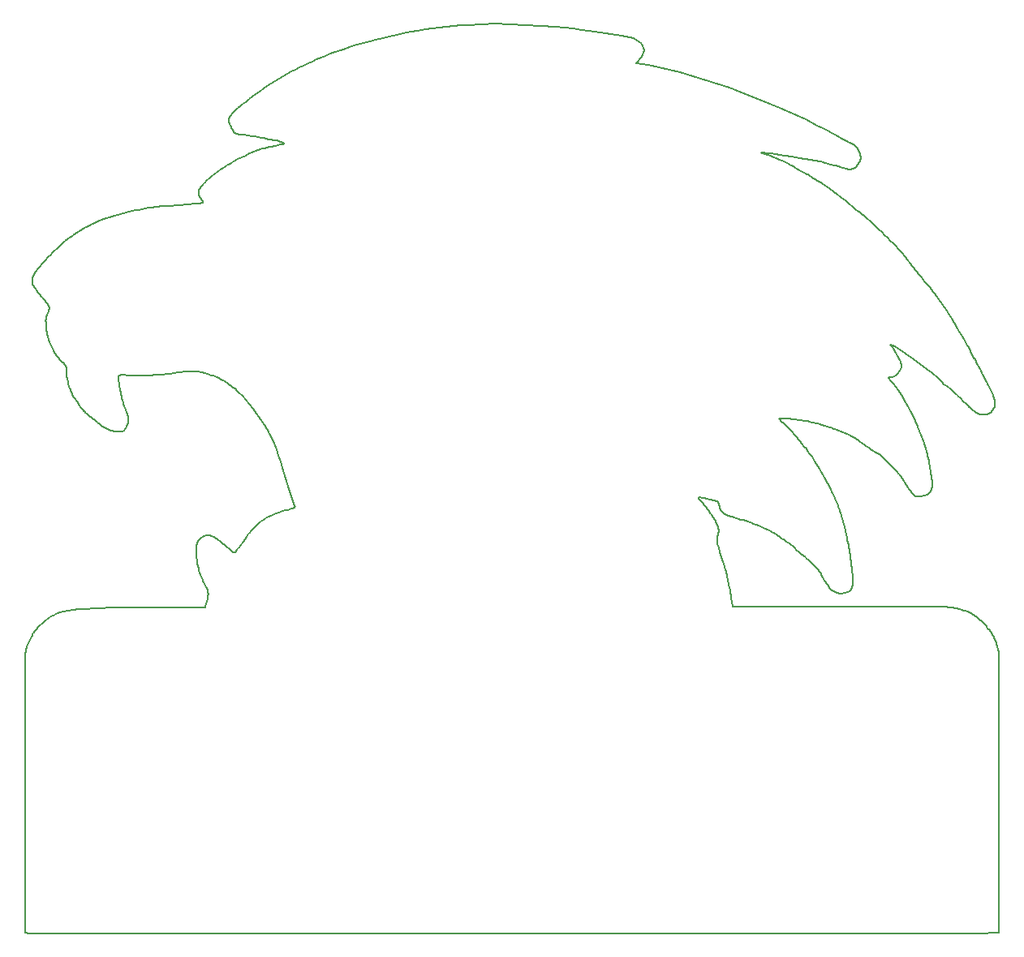
<source format=gbr>
%TF.GenerationSoftware,KiCad,Pcbnew,7.0.6*%
%TF.CreationDate,2023-08-15T16:24:19+02:00*%
%TF.ProjectId,PCB_Badge,5043425f-4261-4646-9765-2e6b69636164,rev?*%
%TF.SameCoordinates,Original*%
%TF.FileFunction,Profile,NP*%
%FSLAX46Y46*%
G04 Gerber Fmt 4.6, Leading zero omitted, Abs format (unit mm)*
G04 Created by KiCad (PCBNEW 7.0.6) date 2023-08-15 16:24:19*
%MOMM*%
%LPD*%
G01*
G04 APERTURE LIST*
%TA.AperFunction,Profile*%
%ADD10C,0.130361*%
%TD*%
G04 APERTURE END LIST*
D10*
X173534815Y-88550544D02*
X173553625Y-88555338D01*
X180611180Y-76217852D02*
X180555341Y-76104643D01*
X181700161Y-79038900D02*
X181703699Y-79014767D01*
X108382869Y-89819264D02*
X108311291Y-89842894D01*
X98365394Y-93840607D02*
X98353532Y-93962737D01*
X107299425Y-51824462D02*
X107195036Y-51846135D01*
X179631944Y-101067210D02*
X179541189Y-101003126D01*
X101872835Y-49708872D02*
X101922684Y-49836298D01*
X87200355Y-80166947D02*
X87251744Y-80208744D01*
X90928827Y-79313648D02*
X90863543Y-79129697D01*
X153479460Y-90386899D02*
X153493945Y-90396045D01*
X87591848Y-80453115D02*
X87652231Y-80496102D01*
X160508361Y-81784515D02*
X160441211Y-81708943D01*
X150872567Y-88667619D02*
X150877078Y-88667195D01*
X176030670Y-68269120D02*
X175794666Y-67921366D01*
X179047947Y-100682415D02*
X179022853Y-100668108D01*
X170687763Y-76133897D02*
X170700732Y-76130715D01*
X166739781Y-98149034D02*
X166749648Y-98126570D01*
X90726680Y-59011689D02*
X90131248Y-59170747D01*
X106722410Y-51411889D02*
X106811210Y-51433869D01*
X82443591Y-101662155D02*
X82259680Y-101822555D01*
X82724066Y-69819888D02*
X82715858Y-69849327D01*
X180326376Y-101632595D02*
X180242814Y-101555127D01*
X100599309Y-93069612D02*
X100497647Y-93000721D01*
X180573522Y-101881436D02*
X180491861Y-101795953D01*
X174838661Y-88202788D02*
X174855934Y-88185430D01*
X168040343Y-59276158D02*
X167956733Y-59205063D01*
X166708311Y-98213674D02*
X166719122Y-98192629D01*
X104833685Y-51052485D02*
X105128518Y-51114428D01*
X84862688Y-75275731D02*
X84864486Y-75295411D01*
X162890342Y-95843735D02*
X163028042Y-95981086D01*
X166769973Y-96116146D02*
X166759546Y-95999980D01*
X165472221Y-98685669D02*
X165503205Y-98689149D01*
X90945144Y-81543922D02*
X91018333Y-81410200D01*
X172057708Y-86705582D02*
X172099724Y-86771445D01*
X180809636Y-102145064D02*
X180732803Y-102056689D01*
X83014222Y-68982350D02*
X83008960Y-69005107D01*
X181602539Y-78277344D02*
X181577526Y-78210698D01*
X182139603Y-134062605D02*
X182140000Y-134058238D01*
X104331526Y-91909190D02*
X104199309Y-92054816D01*
X101806900Y-49046787D02*
X101792071Y-49084355D01*
X167652244Y-53476746D02*
X167661880Y-53449028D01*
X180409378Y-101712830D02*
X180326376Y-101632595D01*
X158283020Y-92200201D02*
X158417859Y-92269621D01*
X154290263Y-90693085D02*
X154344654Y-90710219D01*
X170880093Y-76102717D02*
X170910957Y-76099675D01*
X159362644Y-80392970D02*
X159385491Y-80394302D01*
X81583209Y-102547647D02*
X81534207Y-102613630D01*
X99407667Y-98007496D02*
X99443584Y-98082812D01*
X81390436Y-65477921D02*
X81372912Y-65522037D01*
X167336744Y-53994659D02*
X167367543Y-53951007D01*
X173769498Y-88574408D02*
X173792578Y-88572971D01*
X170085069Y-84540865D02*
X170149238Y-84605996D01*
X82672245Y-70120026D02*
X82670542Y-70159248D01*
X178844054Y-72792343D02*
X178762043Y-72649281D01*
X166661659Y-98291825D02*
X166673852Y-98273278D01*
X82919285Y-63616572D02*
X82662240Y-63901598D01*
X100937595Y-76337967D02*
X101148579Y-76452742D01*
X179901017Y-74790358D02*
X179863327Y-74721711D01*
X169353173Y-60464332D02*
X169125435Y-60256436D01*
X104355504Y-52588193D02*
X104140965Y-52677649D01*
X99075614Y-57852833D02*
X99073727Y-57859711D01*
X171924174Y-63056830D02*
X171822174Y-62941483D01*
X157970726Y-52908951D02*
X157734366Y-52829653D01*
X179372390Y-79532578D02*
X179427326Y-79574606D01*
X90614391Y-78330022D02*
X90559496Y-78121803D01*
X107182548Y-51552753D02*
X107247222Y-51577423D01*
X174427507Y-88442603D02*
X174476291Y-88426027D01*
X91087334Y-81276742D02*
X91119611Y-81210156D01*
X167392873Y-82674626D02*
X167643547Y-82856568D01*
X83484004Y-73365399D02*
X83514272Y-73428839D01*
X159447469Y-80731598D02*
X159409276Y-80691059D01*
X99057625Y-57884282D02*
X99051274Y-57889766D01*
X98976608Y-57922460D02*
X98961180Y-57926499D01*
X81601284Y-65095291D02*
X81566937Y-65145852D01*
X175127004Y-86771257D02*
X175113311Y-86664307D01*
X101762078Y-49232603D02*
X101761633Y-49270889D01*
X167346765Y-52197947D02*
X167321981Y-52163754D01*
X165441374Y-98681167D02*
X165472221Y-98685669D01*
X157346230Y-52682188D02*
X157343235Y-52679530D01*
X105405859Y-51173284D02*
X105672401Y-51226410D01*
X173075625Y-88248245D02*
X173099083Y-88275444D01*
X84317349Y-62219301D02*
X84137521Y-62379008D01*
X174349205Y-83104622D02*
X174321006Y-83028988D01*
X98605630Y-56788123D02*
X98604106Y-56827741D01*
X166649118Y-98309647D02*
X166661659Y-98291825D01*
X80635028Y-104451535D02*
X80612598Y-104532227D01*
X158143086Y-92130601D02*
X158283020Y-92200201D01*
X165784635Y-98681374D02*
X165846759Y-98672211D01*
X167538257Y-53699061D02*
X167571341Y-53644040D01*
X126663392Y-39329826D02*
X125938369Y-39383237D01*
X166791748Y-96346436D02*
X166780063Y-96230499D01*
X90487536Y-81797688D02*
X90519161Y-81790562D01*
X98561499Y-93215213D02*
X98540106Y-93253656D01*
X89422958Y-81662354D02*
X89489120Y-81683881D01*
X172113073Y-63278121D02*
X172020864Y-63168795D01*
X159342705Y-80617655D02*
X159313774Y-80584534D01*
X171065238Y-76088333D02*
X171344886Y-75939789D01*
X180993545Y-76944123D02*
X180949493Y-76857190D01*
X174872819Y-88167586D02*
X174889294Y-88149265D01*
X174895156Y-66738709D02*
X174429248Y-66177149D01*
X102443988Y-50643640D02*
X102464948Y-50657552D01*
X112884094Y-42165497D02*
X112365694Y-42358357D01*
X98382615Y-93725661D02*
X98373341Y-93782227D01*
X102197254Y-94371708D02*
X102179953Y-94361354D01*
X171812718Y-86373394D02*
X171865905Y-86440623D01*
X164435142Y-98088736D02*
X164470154Y-98135993D01*
X181374454Y-79656840D02*
X181391423Y-79637283D01*
X178798664Y-79011725D02*
X178869867Y-79084049D01*
X86449666Y-60707541D02*
X86221840Y-60844622D01*
X81399689Y-102811058D02*
X81317464Y-102944848D01*
X86458881Y-79408219D02*
X86527568Y-79492246D01*
X98872084Y-96936282D02*
X98942341Y-97105875D01*
X179198731Y-79392088D02*
X179258296Y-79441830D01*
X167105665Y-54233698D02*
X167128372Y-54217377D01*
X165482467Y-89993241D02*
X165429631Y-89837613D01*
X181580088Y-79371391D02*
X181591730Y-79350498D01*
X90589354Y-75883295D02*
X90642025Y-75882577D01*
X159253856Y-80511756D02*
X159244457Y-80499025D01*
X99290776Y-75698630D02*
X99441524Y-75740175D01*
X160242501Y-81495314D02*
X160174911Y-81426651D01*
X152696769Y-93230614D02*
X152694061Y-93191102D01*
X84854168Y-75216203D02*
X84857524Y-75236121D01*
X86225965Y-79105654D02*
X86307012Y-79213395D01*
X81372912Y-65522037D02*
X81356951Y-65565271D01*
X166439899Y-98489104D02*
X166459767Y-98477901D01*
X91127473Y-75907653D02*
X91304882Y-75921372D01*
X82962304Y-68626992D02*
X82970931Y-68643125D01*
X177352069Y-100190598D02*
X177214596Y-100168315D01*
X151773361Y-89993006D02*
X151733206Y-89928763D01*
X99559967Y-98394982D02*
X99580029Y-98476602D01*
X177515106Y-70554428D02*
X177445454Y-70441697D01*
X98608212Y-56905950D02*
X98613603Y-56944620D01*
X165596786Y-98693797D02*
X165628109Y-98693576D01*
X84816587Y-75075177D02*
X84823437Y-75095455D01*
X157418163Y-52717157D02*
X157381351Y-52701562D01*
X98114760Y-75500867D02*
X98285447Y-75504084D01*
X159997433Y-80443133D02*
X160252601Y-80468186D01*
X107921630Y-89958237D02*
X107659994Y-90034268D01*
X81160270Y-103227021D02*
X81081225Y-103378924D01*
X89200824Y-81577584D02*
X89278008Y-81608945D01*
X152688636Y-89067612D02*
X152704770Y-89074660D01*
X102950412Y-47833573D02*
X102717588Y-48032481D01*
X137672508Y-39718369D02*
X135868789Y-39497399D01*
X153092367Y-89953455D02*
X153105661Y-89977617D01*
X81872728Y-102204702D02*
X81807905Y-102275897D01*
X85443209Y-77937314D02*
X85494882Y-78029326D01*
X98591549Y-57978120D02*
X98511962Y-57986115D01*
X153703521Y-96592255D02*
X153687062Y-96533902D01*
X160418078Y-53990986D02*
X160288606Y-53922243D01*
X150819955Y-88771858D02*
X150817349Y-88761524D01*
X162176681Y-95153336D02*
X162287549Y-95254294D01*
X165908321Y-98661180D02*
X165969131Y-98648667D01*
X174566575Y-88389601D02*
X174587895Y-88379612D01*
X158601913Y-53144730D02*
X158487483Y-53098141D01*
X153119342Y-90001179D02*
X153133389Y-90024154D01*
X152598213Y-91237122D02*
X152562918Y-91174943D01*
X163445506Y-96473874D02*
X163498544Y-96556739D01*
X90300832Y-75956032D02*
X90310320Y-75947771D01*
X181851821Y-103890837D02*
X181826429Y-103817938D01*
X154205084Y-99113150D02*
X154076728Y-98419770D01*
X153522210Y-90412535D02*
X153536065Y-90419995D01*
X166875417Y-97706884D02*
X166879874Y-97678889D01*
X163418647Y-81042282D02*
X163647223Y-81108535D01*
X102551439Y-50703227D02*
X102596612Y-50720782D01*
X98354204Y-94507708D02*
X98364779Y-94653776D01*
X167798029Y-59076983D02*
X167623018Y-58941920D01*
X166144999Y-92307859D02*
X166102575Y-92137993D01*
X179994981Y-79931843D02*
X180025687Y-79942450D01*
X160136850Y-93394956D02*
X160275695Y-93480698D01*
X101845743Y-48968624D02*
X101824772Y-49008325D01*
X84659619Y-74775608D02*
X84672900Y-74794419D01*
X157339955Y-52672695D02*
X157340897Y-52670823D01*
X174845153Y-85059876D02*
X174821231Y-84937061D01*
X173553625Y-88555338D02*
X173572233Y-88559636D01*
X174905335Y-88130481D02*
X174920920Y-88111246D01*
X175167835Y-87367574D02*
X175168220Y-87331283D01*
X106038721Y-82077592D02*
X106157350Y-82313657D01*
X167623018Y-58941920D02*
X167395750Y-58766222D01*
X80519979Y-105446057D02*
X80514020Y-105706257D01*
X169662139Y-84198467D02*
X169736451Y-84250002D01*
X80567446Y-134135240D02*
X80571460Y-134135813D01*
X166753602Y-95940155D02*
X166746849Y-95878601D01*
X157402969Y-52664673D02*
X157465568Y-52668812D01*
X84841048Y-75156061D02*
X84845926Y-75176167D01*
X84744790Y-74912543D02*
X84755359Y-74932792D01*
X104578637Y-46567698D02*
X104204333Y-46844328D01*
X83453420Y-73298230D02*
X83484004Y-73365399D01*
X175794666Y-67921366D02*
X175670992Y-67742083D01*
X163705499Y-50126946D02*
X163148618Y-49839367D01*
X86591458Y-79567587D02*
X86651179Y-79635379D01*
X181680336Y-79132663D02*
X181686154Y-79109632D01*
X98776982Y-56346864D02*
X98745505Y-56396367D01*
X168831413Y-83703995D02*
X168905727Y-83750352D01*
X108665248Y-89559886D02*
X108666682Y-89576729D01*
X152887521Y-92103695D02*
X152885734Y-92085053D01*
X181321860Y-79713629D02*
X181339660Y-79695049D01*
X98630778Y-93108660D02*
X98606873Y-93142742D01*
X166429608Y-54416085D02*
X166460646Y-54418866D01*
X169586954Y-84148870D02*
X169662139Y-84198467D01*
X179935317Y-79908202D02*
X179964843Y-79920426D01*
X157650307Y-52689188D02*
X157767496Y-52704447D01*
X182141067Y-129088456D02*
X182139068Y-109880310D01*
X166564587Y-98402938D02*
X166579921Y-98388851D01*
X170595880Y-76184057D02*
X170596823Y-76181725D01*
X81329235Y-65649032D02*
X81306328Y-65729071D01*
X181710993Y-78940655D02*
X181712336Y-78915369D01*
X162059839Y-83639731D02*
X162011382Y-83577605D01*
X165445072Y-54126912D02*
X165539794Y-54154404D01*
X166847154Y-97838014D02*
X166859569Y-97787046D01*
X81566937Y-65145852D02*
X81535114Y-65195666D01*
X181409920Y-102940110D02*
X181364115Y-102868864D01*
X182137050Y-134077937D02*
X182137851Y-134074381D01*
X171966325Y-86573657D02*
X172013229Y-86639699D01*
X84380252Y-74506665D02*
X84445304Y-74556969D01*
X163363141Y-96356588D02*
X163390960Y-96394577D01*
X173374882Y-64908534D02*
X173205108Y-64694458D01*
X100497647Y-93000721D02*
X100398095Y-92936922D01*
X166896478Y-97347596D02*
X166893524Y-97270411D01*
X99908268Y-55200597D02*
X99744630Y-55340738D01*
X82982330Y-69098805D02*
X82966517Y-69146703D01*
X180955720Y-102319825D02*
X180884073Y-102233009D01*
X176233767Y-100079567D02*
X176056846Y-100073122D01*
X176259395Y-68601633D02*
X176030670Y-68269120D01*
X179315709Y-73799596D02*
X179281305Y-73729066D01*
X80780206Y-104035681D02*
X80716284Y-104203652D01*
X157340058Y-52674775D02*
X157339955Y-52672695D01*
X159264202Y-80525117D02*
X159253856Y-80511756D01*
X81864614Y-67276648D02*
X81924137Y-67355355D01*
X162753649Y-55351333D02*
X162556542Y-55224530D01*
X173192016Y-88369924D02*
X173215038Y-88389713D01*
X175257768Y-67187020D02*
X175089614Y-66976796D01*
X150817349Y-88761524D02*
X150815571Y-88751690D01*
X150868292Y-88668160D02*
X150872567Y-88667619D01*
X83018804Y-68959940D02*
X83014222Y-68982350D01*
X102464948Y-50657552D02*
X102486149Y-50670417D01*
X166574653Y-94481919D02*
X166500202Y-94137562D01*
X180917695Y-79973642D02*
X180940363Y-79966092D01*
X152886618Y-92208872D02*
X152888236Y-92191176D01*
X81244815Y-66139703D02*
X81246542Y-66170713D01*
X152889662Y-92156561D02*
X152889502Y-92139257D01*
X150853368Y-88671550D02*
X150856791Y-88670514D01*
X87415699Y-80330427D02*
X87532146Y-80411442D01*
X81634784Y-102481142D02*
X81583209Y-102547647D01*
X98120545Y-58022859D02*
X97623444Y-58066330D01*
X99330744Y-97858945D02*
X99407667Y-98007496D01*
X97337188Y-75547013D02*
X97649865Y-75521021D01*
X98733641Y-92986038D02*
X98706915Y-93014693D01*
X101572124Y-76712113D02*
X101677405Y-76783343D01*
X181577526Y-78210698D02*
X181549871Y-78142262D01*
X166654093Y-95029127D02*
X166646553Y-94930222D01*
X181315399Y-102796181D02*
X181263658Y-102721878D01*
X90248455Y-76250879D02*
X90245111Y-76205437D01*
X98655445Y-93075976D02*
X98630778Y-93108660D01*
X90259063Y-76353799D02*
X90248455Y-76250879D01*
X177632431Y-100245850D02*
X177491147Y-100216326D01*
X83334761Y-63166625D02*
X83191610Y-63319178D01*
X181720397Y-103545090D02*
X181692184Y-103478991D01*
X179964843Y-79920426D02*
X179994981Y-79931843D01*
X98638017Y-56623706D02*
X98625767Y-56665927D01*
X91195331Y-80023770D02*
X91170719Y-79953067D01*
X90559496Y-78121803D02*
X90509315Y-77913330D01*
X164879287Y-81495331D02*
X165038527Y-81554863D01*
X103423966Y-93046787D02*
X103249500Y-93294495D01*
X152880635Y-92045365D02*
X152873578Y-92002635D01*
X153305100Y-90241225D02*
X153321522Y-90257678D01*
X171917162Y-86507338D02*
X171966325Y-86573657D01*
X108472875Y-89785940D02*
X108445105Y-89796838D01*
X170633503Y-76151723D02*
X170642715Y-76147906D01*
X107462685Y-51674885D02*
X107479688Y-51686654D01*
X164678760Y-98344611D02*
X164702960Y-98362078D01*
X157998696Y-92060870D02*
X158143086Y-92130601D01*
X152019290Y-90379420D02*
X151978072Y-90318242D01*
X84899467Y-61743180D02*
X84698095Y-61900978D01*
X102794666Y-50765138D02*
X102849484Y-50771767D01*
X89551350Y-81702229D02*
X89610412Y-81717913D01*
X98841312Y-57442673D02*
X99002421Y-57673329D01*
X160151250Y-53850904D02*
X160005960Y-53777336D01*
X159385491Y-80394302D02*
X159435862Y-80397791D01*
X177282521Y-77557282D02*
X177458007Y-77708603D01*
X175092647Y-87787660D02*
X175107047Y-87744245D01*
X175164790Y-87438935D02*
X175166717Y-87403351D01*
X179206110Y-100779297D02*
X179136380Y-100735566D01*
X84174371Y-74325384D02*
X84201898Y-74353646D01*
X166879247Y-51777720D02*
X166841048Y-51756807D01*
X102002518Y-48740432D02*
X101928247Y-48838755D01*
X84348404Y-74482099D02*
X84380252Y-74506665D01*
X179533996Y-79654526D02*
X179637955Y-79731193D01*
X150836471Y-88680554D02*
X150838901Y-88678709D01*
X167031061Y-54280609D02*
X167056925Y-54265372D01*
X90519161Y-81790562D02*
X90550852Y-81782687D01*
X153055035Y-89877228D02*
X153067031Y-89903275D01*
X153418628Y-90343311D02*
X153434248Y-90355269D01*
X90243344Y-76163789D02*
X90243357Y-76125775D01*
X152709729Y-92960461D02*
X152724473Y-92878004D01*
X98692845Y-56490999D02*
X98671452Y-56536354D01*
X84833284Y-75794159D02*
X84833330Y-75844070D01*
X179987516Y-101336553D02*
X179900462Y-101267382D01*
X157346072Y-52667736D02*
X157350387Y-52666537D01*
X101148579Y-76452742D02*
X101360547Y-76577370D01*
X182140000Y-134058238D02*
X182140317Y-134053616D01*
X167080276Y-58516236D02*
X166159747Y-57766968D01*
X152271530Y-90735428D02*
X152102167Y-90498513D01*
X104968856Y-46287374D02*
X104578637Y-46567698D01*
X180347137Y-80009205D02*
X180410596Y-80015216D01*
X179906379Y-79895187D02*
X179935317Y-79908202D01*
X173914123Y-81973679D02*
X173748735Y-81534109D01*
X152187376Y-88945217D02*
X152374099Y-88980317D01*
X179822577Y-79851834D02*
X179850061Y-79866959D01*
X166366912Y-54407752D02*
X166398376Y-54412370D01*
X83845429Y-134182679D02*
X84973154Y-134186451D01*
X150846839Y-88830735D02*
X150839477Y-88818024D01*
X83191610Y-63319178D02*
X82919285Y-63616572D01*
X179186289Y-73509499D02*
X179118772Y-73345730D01*
X172217086Y-86970869D02*
X172294858Y-87107345D01*
X98771919Y-75575013D02*
X99014676Y-75629860D01*
X82541559Y-101581651D02*
X82443591Y-101662155D01*
X107511671Y-51732106D02*
X107510952Y-51737571D01*
X90361831Y-81817322D02*
X90393124Y-81813881D01*
X117130649Y-40877859D02*
X116461260Y-41052721D01*
X167208152Y-54149266D02*
X167225846Y-54131427D01*
X174455459Y-83420548D02*
X174441612Y-83374591D01*
X90331872Y-75932982D02*
X90357028Y-75920365D01*
X106894224Y-51456620D02*
X106972160Y-51480013D01*
X165942441Y-51328975D02*
X165839065Y-51274526D01*
X86900709Y-60448605D02*
X86676235Y-60575409D01*
X161685835Y-94728941D02*
X161934544Y-94940593D01*
X153224061Y-90150472D02*
X153240009Y-90169707D01*
X164142579Y-56207355D02*
X164011259Y-56120405D01*
X84092170Y-74232300D02*
X84119685Y-74264885D01*
X98706915Y-93014693D02*
X98680837Y-93044663D01*
X167616084Y-53560444D02*
X167629242Y-53532491D01*
X163269888Y-53559692D02*
X163405685Y-53589295D01*
X82694229Y-69942831D02*
X82688245Y-69975953D01*
X181529066Y-79454177D02*
X181555443Y-79412908D01*
X179938094Y-74860388D02*
X179901017Y-74790358D01*
X182140973Y-134032132D02*
X182141067Y-134004822D01*
X108666202Y-89608079D02*
X108664164Y-89622697D01*
X152735517Y-89089808D02*
X152750131Y-89098090D01*
X166409706Y-93682633D02*
X166311642Y-93118735D01*
X179427326Y-79574606D02*
X179533996Y-79654526D01*
X104469228Y-91765275D02*
X104331526Y-91909190D01*
X172932102Y-88061369D02*
X172980552Y-88127615D01*
X102486149Y-50670417D02*
X102507615Y-50682284D01*
X103473157Y-50830491D02*
X103641275Y-50851675D01*
X162390763Y-95350691D02*
X162487055Y-95442715D01*
X159287477Y-80553664D02*
X159264202Y-80525117D01*
X151855184Y-88866248D02*
X151915852Y-88883036D01*
X151854739Y-90124865D02*
X151773361Y-89993006D01*
X85543494Y-61280590D02*
X85323315Y-61432493D01*
X86676235Y-60575409D02*
X86449666Y-60707541D01*
X86527568Y-79492246D02*
X86591458Y-79567587D01*
X117819480Y-40706978D02*
X117130649Y-40877859D01*
X159526232Y-53547993D02*
X159192457Y-53397499D01*
X106193602Y-45463659D02*
X105780216Y-45731705D01*
X171275611Y-72878937D02*
X172416412Y-73670853D01*
X91227816Y-80945181D02*
X91248336Y-80879368D01*
X166916720Y-51799326D02*
X166879247Y-51777720D01*
X166184516Y-92476273D02*
X166144999Y-92307859D01*
X165289288Y-98644893D02*
X165319409Y-98653791D01*
X150814329Y-88733551D02*
X150814782Y-88725262D01*
X166304428Y-98551088D02*
X166352635Y-98531351D01*
X107420127Y-51650975D02*
X107442724Y-51662987D01*
X87652231Y-80496102D02*
X87713071Y-80540807D01*
X104072536Y-92201256D02*
X103951166Y-92347614D01*
X102849484Y-50771767D02*
X102906810Y-50777414D01*
X181440470Y-79577238D02*
X181471490Y-79536427D01*
X99559529Y-92634659D02*
X99488518Y-92635187D01*
X175161999Y-87474565D02*
X175164790Y-87438935D01*
X100702458Y-93142814D02*
X100599309Y-93069612D01*
X98966278Y-92800828D02*
X98905510Y-92840180D01*
X124473750Y-39519157D02*
X123732322Y-39605301D01*
X174889294Y-88149265D02*
X174905335Y-88130481D01*
X166722704Y-51697382D02*
X166641295Y-51659679D01*
X94094533Y-75895342D02*
X94577294Y-75849210D01*
X171355239Y-62439711D02*
X171088626Y-62164769D01*
X153012047Y-89766343D02*
X153021999Y-89795097D01*
X84834697Y-75746431D02*
X84833284Y-75794159D01*
X159213874Y-80445417D02*
X159211485Y-80436822D01*
X173629323Y-81230561D02*
X173586380Y-81127854D01*
X170149238Y-84605996D02*
X170212387Y-84672972D01*
X173515701Y-88545258D02*
X173534815Y-88550544D01*
X164736977Y-81444792D02*
X164879287Y-81495331D01*
X159210487Y-80428973D02*
X159210530Y-80425335D01*
X170596837Y-76215893D02*
X170595472Y-76210851D01*
X98906934Y-57938002D02*
X98886074Y-57941682D01*
X105445539Y-81048687D02*
X105563319Y-81236103D01*
X178917053Y-72924851D02*
X178844054Y-72792343D01*
X178913338Y-100614162D02*
X178891679Y-100605484D01*
X172099724Y-86771445D02*
X172139841Y-86837481D01*
X90967531Y-75896154D02*
X91127473Y-75907653D01*
X129536262Y-39170754D02*
X128103440Y-39243011D01*
X102596612Y-50720782D02*
X102643329Y-50735349D01*
X166497335Y-98454518D02*
X166515091Y-98442273D01*
X181659404Y-79200181D02*
X181666953Y-79177926D01*
X80659912Y-104369734D02*
X80635028Y-104451535D01*
X86855505Y-100290799D02*
X86105679Y-100345261D01*
X162989914Y-80924563D02*
X163200283Y-80981053D01*
X98804010Y-96753411D02*
X98872084Y-96936282D01*
X98609678Y-56748023D02*
X98605630Y-56788123D01*
X83029109Y-68874558D02*
X83027858Y-68895185D01*
X174784744Y-88251815D02*
X174803043Y-88235992D01*
X104612455Y-91623968D02*
X104469228Y-91765275D01*
X102148594Y-50295191D02*
X102185781Y-50354895D01*
X81285843Y-66356864D02*
X81297561Y-66388580D01*
X166893005Y-97558632D02*
X166895007Y-97526142D01*
X161722171Y-80654314D02*
X161863329Y-80677669D01*
X159465770Y-92950996D02*
X159561492Y-93019196D01*
X166641295Y-51659679D02*
X166558442Y-51622713D01*
X170941820Y-76096968D02*
X171003538Y-76092327D01*
X166887422Y-97620558D02*
X166890470Y-97590080D01*
X102736896Y-94013857D02*
X102646483Y-94131133D01*
X82749227Y-101421682D02*
X82643457Y-101501383D01*
X181519767Y-78071776D02*
X181487407Y-77998978D01*
X94577294Y-75849210D02*
X95578390Y-75740723D01*
X167331579Y-82631688D02*
X167392873Y-82674626D01*
X166675849Y-54409790D02*
X166706757Y-54404077D01*
X159210530Y-80425335D02*
X159210944Y-80421889D01*
X159228750Y-80475523D02*
X159222570Y-80464785D01*
X82858808Y-101342878D02*
X82749227Y-101421682D01*
X80724929Y-134151627D02*
X80731314Y-134152950D01*
X163863607Y-97207307D02*
X163938175Y-97335570D01*
X101677405Y-76783343D02*
X101782335Y-76857035D01*
X99595593Y-98559993D02*
X99606217Y-98645325D01*
X87896406Y-80688100D02*
X87957648Y-80740898D01*
X159212919Y-80415586D02*
X159214496Y-80412732D01*
X171048828Y-72993668D02*
X170768631Y-72729874D01*
X172890834Y-79700714D02*
X172620559Y-79185608D01*
X164488362Y-98159232D02*
X164507084Y-98182113D01*
X150892126Y-88666610D02*
X150903513Y-88666768D01*
X102316070Y-94407988D02*
X102302525Y-94407886D01*
X175089614Y-66976796D02*
X174895156Y-66738709D01*
X82259680Y-101822555D02*
X82092193Y-101979944D01*
X108301682Y-44234634D02*
X107875347Y-44466960D01*
X170019241Y-84477921D02*
X170052402Y-84509098D01*
X82700019Y-68245113D02*
X82757919Y-68323716D01*
X84850301Y-75196216D02*
X84854168Y-75216203D01*
X81340979Y-66485718D02*
X81357999Y-66518837D01*
X181024185Y-102404816D02*
X180955720Y-102319825D01*
X163647223Y-81108535D02*
X163876861Y-81176659D01*
X170700732Y-76130715D02*
X170728238Y-76124742D01*
X177078125Y-100149125D02*
X176942054Y-100132675D01*
X166679252Y-95358948D02*
X166673298Y-95299069D01*
X166706757Y-54404077D02*
X166737708Y-54397254D01*
X157512397Y-52752472D02*
X157462701Y-52734297D01*
X87359406Y-80290279D02*
X87415699Y-80330427D01*
X179033263Y-73154695D02*
X178979789Y-73045346D01*
X88590758Y-81255233D02*
X88660133Y-81300306D01*
X90993553Y-79488144D02*
X90928827Y-79313648D01*
X84833330Y-75844070D02*
X84835106Y-75896434D01*
X81763575Y-64885502D02*
X81677687Y-64991945D01*
X152777846Y-89116519D02*
X152790949Y-89126849D01*
X123732322Y-39605301D02*
X122984298Y-39705468D01*
X162221182Y-83863342D02*
X162164623Y-83782391D01*
X102507615Y-50682284D02*
X102529370Y-50693204D01*
X167136055Y-82505020D02*
X167204103Y-82547134D01*
X152543024Y-89018826D02*
X152581972Y-89029874D01*
X82275554Y-67761383D02*
X82382005Y-67872015D01*
X108610548Y-89710392D02*
X108596523Y-89721489D01*
X94793228Y-134203324D02*
X97765121Y-134206025D01*
X83089174Y-101189278D02*
X82972144Y-101265300D01*
X181303809Y-79731810D02*
X181321860Y-79713629D01*
X102043434Y-50102806D02*
X102077299Y-50168585D01*
X88882991Y-81428517D02*
X88961903Y-81468692D01*
X99482710Y-99472260D02*
X99382085Y-99809548D01*
X174803043Y-88235992D02*
X174821023Y-88219646D01*
X172488518Y-78936588D02*
X172360158Y-78697592D01*
X172573062Y-87545655D02*
X172781951Y-87846924D01*
X153536065Y-90419995D02*
X153549784Y-90427009D01*
X102223833Y-50411451D02*
X102262627Y-50464297D01*
X157366643Y-52694504D02*
X157354829Y-52688025D01*
X150833149Y-88805773D02*
X150827813Y-88793990D01*
X101507774Y-54040879D02*
X101318182Y-54159454D01*
X172001046Y-78067889D02*
X171944558Y-77976890D01*
X167571341Y-53644040D02*
X167587020Y-53616268D01*
X152736429Y-91533555D02*
X152713305Y-91476136D01*
X177907818Y-78116675D02*
X178044296Y-78244645D01*
X82757919Y-68323716D02*
X82811020Y-68396635D01*
X175168220Y-87331283D02*
X175167919Y-87294163D01*
X164752901Y-98395421D02*
X164778580Y-98411372D01*
X170609172Y-76166050D02*
X170611861Y-76163915D01*
X153461921Y-95865372D02*
X153323779Y-95430892D01*
X167004312Y-54295369D02*
X167031061Y-54280609D01*
X181170545Y-77313845D02*
X181082302Y-77126145D01*
X80757054Y-134155812D02*
X80782538Y-134157341D01*
X166893524Y-97270411D02*
X166888938Y-97191359D01*
X99045619Y-57744204D02*
X99056456Y-57765538D01*
X82669756Y-70199695D02*
X82670618Y-70283720D01*
X91347816Y-58856893D02*
X90726680Y-59011689D01*
X160005960Y-53777336D02*
X159852684Y-53701905D01*
X90824741Y-75887707D02*
X90967531Y-75896154D01*
X80592754Y-104612758D02*
X80575390Y-104698718D01*
X181408091Y-79617472D02*
X181440470Y-79577238D01*
X108642579Y-89675393D02*
X108633514Y-89687399D01*
X84137521Y-62379008D02*
X83964423Y-62538532D01*
X90265265Y-76006802D02*
X90277219Y-75984520D01*
X177248901Y-70135462D02*
X176999130Y-69753540D01*
X87835251Y-80636844D02*
X87896406Y-80688100D01*
X181364115Y-102868864D02*
X181315399Y-102796181D01*
X175037904Y-87921131D02*
X175048270Y-87898845D01*
X182131355Y-105601687D02*
X182119507Y-104996727D01*
X179075088Y-100698365D02*
X179047947Y-100682415D01*
X90245111Y-76205437D02*
X90243344Y-76163789D01*
X90131248Y-59170747D02*
X89843408Y-59252191D01*
X153032496Y-89823154D02*
X153043515Y-89850526D01*
X98812030Y-56295754D02*
X98776982Y-56346864D01*
X99768809Y-75841462D02*
X99945503Y-75902756D01*
X167170281Y-54183920D02*
X167189666Y-54166756D01*
X84866700Y-75354028D02*
X84866488Y-75373496D01*
X166829979Y-54370695D02*
X166860261Y-54360005D01*
X84793157Y-75014192D02*
X84801443Y-75034540D01*
X160468018Y-93638955D02*
X160606590Y-93765988D01*
X166636182Y-98326765D02*
X166649118Y-98309647D01*
X180672668Y-76337769D02*
X180640930Y-76276553D01*
X82662240Y-63901598D02*
X82416446Y-64171753D01*
X182139118Y-134066736D02*
X182139603Y-134062605D01*
X101765289Y-49195153D02*
X101762078Y-49232603D01*
X98519626Y-93293609D02*
X98500096Y-93335098D01*
X152502618Y-89008420D02*
X152543024Y-89018826D01*
X98346806Y-94091369D02*
X98344893Y-94225647D01*
X96535086Y-75631595D02*
X97337188Y-75547013D01*
X97623444Y-58066330D02*
X96375198Y-58167969D01*
X175097925Y-86561371D02*
X175080652Y-86457554D01*
X154344654Y-90710219D02*
X154424135Y-90734983D01*
X163148618Y-49839367D02*
X161946075Y-49224381D01*
X84866488Y-75373496D02*
X84864898Y-75412458D01*
X164249891Y-97812794D02*
X164308708Y-97900132D01*
X83851646Y-73921982D02*
X83884566Y-73963967D01*
X177214596Y-100168315D02*
X177078125Y-100149125D01*
X101991232Y-77011148D02*
X102198998Y-77173131D01*
X180821794Y-76615225D02*
X180672668Y-76337769D01*
X83483242Y-63011917D02*
X83334761Y-63166625D01*
X164182822Y-87086411D02*
X164046754Y-86836441D01*
X159734817Y-52999314D02*
X160532553Y-53116902D01*
X166614334Y-54417771D02*
X166645049Y-54414349D01*
X90237692Y-81820986D02*
X90268523Y-81821452D01*
X81297561Y-66388580D02*
X81310698Y-66420613D01*
X108056957Y-87807724D02*
X108662780Y-89542191D01*
X86707361Y-79696761D02*
X86760633Y-79752868D01*
X84840802Y-75656445D02*
X84837294Y-75700616D01*
X83712511Y-73746882D02*
X83747819Y-73792318D01*
X163055939Y-85134621D02*
X162899524Y-84890278D01*
X102395777Y-94382970D02*
X102382359Y-94390142D01*
X81264576Y-65912444D02*
X81258702Y-65946553D01*
X104800136Y-52422181D02*
X104574929Y-52502863D01*
X171601293Y-77474677D02*
X171540934Y-77393782D01*
X172378570Y-87248505D02*
X172424150Y-87321255D01*
X163306328Y-96283665D02*
X163334936Y-96319660D01*
X90385982Y-75909766D02*
X90418790Y-75901074D01*
X101782335Y-76857035D02*
X101991232Y-77011148D01*
X161487243Y-54579987D02*
X160858177Y-54232666D01*
X89489120Y-81683881D02*
X89551350Y-81702229D01*
X173305763Y-88454961D02*
X173327998Y-88468146D01*
X181151601Y-79858950D02*
X181171354Y-79845046D01*
X166645786Y-82245112D02*
X166736903Y-82289658D01*
X81941600Y-102131684D02*
X81872728Y-102204702D01*
X84823437Y-75095455D02*
X84829800Y-75115699D01*
X82932338Y-69243012D02*
X82861883Y-69434121D01*
X152993854Y-89706716D02*
X153002662Y-89736878D01*
X177995384Y-71369955D02*
X177822685Y-71074290D01*
X111867873Y-42553133D02*
X111387893Y-42750279D01*
X177378167Y-70335153D02*
X177248901Y-70135462D01*
X82679867Y-70460484D02*
X82694947Y-70641602D01*
X166694438Y-95485428D02*
X166686359Y-95421219D01*
X151936912Y-90255417D02*
X151895774Y-90190739D01*
X108660845Y-89636682D02*
X108656182Y-89650090D01*
X164429142Y-56406527D02*
X164281050Y-56302017D01*
X163938175Y-97335570D02*
X164007295Y-97449284D01*
X181531137Y-103146962D02*
X181493256Y-103079000D01*
X167290901Y-54056074D02*
X167306280Y-54036111D01*
X166588953Y-94551550D02*
X166574653Y-94481919D01*
X82972144Y-101265300D02*
X82858808Y-101342878D01*
X81677687Y-64991945D02*
X81638231Y-65043994D01*
X173627854Y-88569513D02*
X173646666Y-88571785D01*
X153354303Y-90288771D02*
X153370591Y-90303383D01*
X165373263Y-89677195D02*
X165313814Y-89513403D01*
X81266899Y-66294275D02*
X81275608Y-66325440D01*
X80514020Y-105706257D02*
X80509382Y-106019109D01*
X90540735Y-75885399D02*
X90589354Y-75883295D01*
X84617789Y-74721355D02*
X84632051Y-74739042D01*
X108543535Y-89753842D02*
X108522028Y-89764496D01*
X105780216Y-45731705D02*
X105370785Y-46007370D01*
X166919606Y-54336214D02*
X166948500Y-54323230D01*
X107309818Y-51602115D02*
X107368312Y-51626675D01*
X165259320Y-98635288D02*
X165289288Y-98644893D01*
X181624791Y-78342413D02*
X181602539Y-78277344D01*
X162058116Y-95048078D02*
X162176681Y-95153336D01*
X98447590Y-93469064D02*
X98432240Y-93516978D01*
X162087715Y-54926699D02*
X161996546Y-54871753D01*
X166478903Y-98466383D02*
X166497335Y-98454518D01*
X158876102Y-53259915D02*
X158601913Y-53144730D01*
X150826141Y-88691937D02*
X150829940Y-88686951D01*
X166459767Y-98477901D02*
X166478903Y-98466383D01*
X166039547Y-51379090D02*
X165942441Y-51328975D01*
X154032322Y-90615991D02*
X154108896Y-90639349D01*
X164885303Y-98471234D02*
X164940639Y-98499318D01*
X91304882Y-75921372D02*
X91717267Y-75950901D01*
X163700167Y-53661471D02*
X164012629Y-53744902D01*
X101869869Y-48927338D02*
X101845743Y-48968624D01*
X81259690Y-66263299D02*
X81266899Y-66294275D01*
X166432952Y-93807044D02*
X166409706Y-93682633D01*
X102302525Y-94407886D02*
X102288734Y-94406538D01*
X163884620Y-56039032D02*
X163760606Y-55961392D01*
X170594096Y-76191171D02*
X170594526Y-76188781D01*
X88329622Y-81062202D02*
X88393092Y-81112457D01*
X170595118Y-76186409D02*
X170595880Y-76184057D01*
X164848797Y-88388852D02*
X164780040Y-88243563D01*
X176699432Y-77069489D02*
X177094896Y-77398705D01*
X165565511Y-98693164D02*
X165596786Y-98693797D01*
X83884566Y-73963967D02*
X83916487Y-74005400D01*
X181876989Y-103966667D02*
X181851821Y-103890837D01*
X177662848Y-70801252D02*
X177515106Y-70554428D01*
X164940639Y-98499318D02*
X164996963Y-98526566D01*
X171196162Y-85663975D02*
X171265147Y-85736490D01*
X102143014Y-94336659D02*
X102123249Y-94322297D01*
X90418790Y-75901074D02*
X90455492Y-75894185D01*
X182140317Y-134053616D02*
X182140751Y-134043516D01*
X171417496Y-77232575D02*
X171291479Y-77071882D01*
X151296734Y-89381438D02*
X151263159Y-89340469D01*
X162434577Y-53421708D02*
X162899560Y-53492117D01*
X151733206Y-89928763D02*
X151693533Y-89866804D01*
X82710815Y-70818360D02*
X82736225Y-71143204D01*
X105412678Y-90987756D02*
X105241420Y-91102753D01*
X162011382Y-83577605D02*
X161965029Y-83520307D01*
X167656232Y-52927534D02*
X167637897Y-52852432D01*
X80713895Y-134149223D02*
X80724929Y-134151627D01*
X109591647Y-43571596D02*
X109159820Y-43787369D01*
X150911082Y-88916180D02*
X150886265Y-88885970D01*
X105031372Y-52346560D02*
X104800136Y-52422181D01*
X102840635Y-93872907D02*
X102736896Y-94013857D01*
X157389990Y-91782223D02*
X157699089Y-91921219D01*
X181696061Y-79062753D02*
X181700161Y-79038900D01*
X175015627Y-87965349D02*
X175027025Y-87943316D01*
X165846759Y-98672211D02*
X165908321Y-98661180D01*
X167616230Y-52774907D02*
X167591225Y-52695786D01*
X106736338Y-83671984D02*
X106957135Y-84287267D01*
X86307012Y-79213395D02*
X86385060Y-79314844D01*
X166131637Y-51425473D02*
X166039547Y-51379090D01*
X153720235Y-96658281D02*
X153703521Y-96592255D01*
X180653967Y-101968580D02*
X180573522Y-101881436D01*
X100769094Y-54530695D02*
X100591981Y-54659595D01*
X175163192Y-75696076D02*
X175745239Y-76184540D01*
X165534310Y-98691631D02*
X165565511Y-98693164D01*
X157341165Y-52677056D02*
X157340058Y-52674775D01*
X99441524Y-75740175D02*
X99600843Y-75787527D01*
X180011051Y-75003949D02*
X179938094Y-74860388D01*
X166870533Y-97734194D02*
X166875417Y-97706884D01*
X102402695Y-50612472D02*
X102423245Y-50628630D01*
X182083267Y-134135819D02*
X182089218Y-134131855D01*
X179785834Y-74588678D02*
X179706274Y-74459593D01*
X82824563Y-71722000D02*
X82847381Y-71813239D01*
X182124612Y-134102572D02*
X182126911Y-134099661D01*
X153133389Y-90024154D02*
X153147778Y-90046557D01*
X80596293Y-134137661D02*
X80604688Y-134137846D01*
X87101167Y-80081198D02*
X87150257Y-80124433D01*
X181471490Y-79536427D02*
X181501052Y-79495331D01*
X99632365Y-92639191D02*
X99559529Y-92634659D01*
X160252601Y-80468186D02*
X160559087Y-80501269D01*
X150945010Y-88669676D02*
X150961540Y-88671397D01*
X82670542Y-70159248D02*
X82669756Y-70199695D01*
X83024628Y-68797058D02*
X83027095Y-68815743D01*
X108415124Y-89807928D02*
X108382869Y-89819264D01*
X150834174Y-88682540D02*
X150836471Y-88680554D01*
X160559087Y-80501269D02*
X160897543Y-80540873D01*
X159761492Y-93155140D02*
X159959363Y-93283415D01*
X160653582Y-54119218D02*
X160418078Y-53990986D01*
X174427188Y-83328547D02*
X174411462Y-83280471D01*
X153002662Y-89736878D02*
X153012047Y-89766343D01*
X167091192Y-51920592D02*
X167058162Y-51894369D01*
X98610153Y-96094727D02*
X98673316Y-96335674D01*
X166558442Y-51622713D02*
X166390350Y-51548279D01*
X98613603Y-56944620D02*
X98621039Y-56982975D01*
X91297162Y-80489194D02*
X91291830Y-80424538D01*
X166171012Y-54362687D02*
X166237933Y-54380821D01*
X102210774Y-48506541D02*
X102095691Y-48630363D01*
X167058162Y-51894369D02*
X167024177Y-51869156D01*
X180120443Y-79969649D02*
X180152654Y-79977254D01*
X98717494Y-56444374D02*
X98692845Y-56490999D01*
X107501537Y-51753632D02*
X107495846Y-51758867D01*
X150999479Y-89016801D02*
X150938583Y-88948077D01*
X167643547Y-82856568D02*
X167783237Y-82956539D01*
X158299984Y-53024800D02*
X158222553Y-52995982D01*
X166875906Y-97031480D02*
X166859451Y-96875611D01*
X171540934Y-77393782D02*
X171417496Y-77232575D01*
X152804083Y-92551455D02*
X152841835Y-92414399D01*
X173388141Y-80690359D02*
X173274630Y-80455935D01*
X89843408Y-59252191D02*
X89562442Y-59335326D01*
X171164138Y-76911393D02*
X170851196Y-76565674D01*
X84119685Y-74264885D02*
X84147026Y-74295855D01*
X91279713Y-80748386D02*
X91290048Y-80683251D01*
X102529370Y-50693204D02*
X102551439Y-50703227D01*
X152742311Y-92794143D02*
X152762213Y-92710610D01*
X173646666Y-88571785D02*
X173665782Y-88573540D01*
X152889502Y-92139257D02*
X152888783Y-92121699D01*
X166253516Y-92804982D02*
X166220601Y-92642204D01*
X180242814Y-101555127D02*
X180158566Y-101480149D01*
X181692184Y-103478991D02*
X181662958Y-103413027D01*
X84862044Y-75451605D02*
X84858274Y-75491118D01*
X84722393Y-74872392D02*
X84733798Y-74892398D01*
X174821231Y-84937061D02*
X174796068Y-84814976D01*
X160577101Y-81863178D02*
X160508361Y-81784515D01*
X83916487Y-74005400D02*
X83977699Y-74085890D01*
X90284307Y-75974386D02*
X90292170Y-75964897D01*
X80874055Y-134160570D02*
X80946216Y-134162261D01*
X172201625Y-63385548D02*
X172113073Y-63278121D01*
X181339660Y-79695049D02*
X181357195Y-79676107D01*
X100524072Y-76136933D02*
X100728969Y-76232785D01*
X99065205Y-57785643D02*
X99071681Y-57804470D01*
X168610611Y-83553955D02*
X168684018Y-83605593D01*
X151031794Y-89053565D02*
X150999479Y-89016801D01*
X86143145Y-78993401D02*
X86225965Y-79105654D01*
X175670992Y-67742083D02*
X175607300Y-67651768D01*
X166833460Y-97887670D02*
X166847154Y-97838014D01*
X88268094Y-59787237D02*
X88031187Y-59887013D01*
X90642025Y-75882577D02*
X90698787Y-75883143D01*
X150847079Y-88674010D02*
X150850134Y-88672714D01*
X164804691Y-98426891D02*
X164831202Y-98442017D01*
X90243357Y-76125775D02*
X90245353Y-76091231D01*
X105075690Y-91224661D02*
X104915646Y-91352765D01*
X166087688Y-98620300D02*
X166144865Y-98604515D01*
X153917999Y-90577370D02*
X153955261Y-90590638D01*
X85977098Y-78762489D02*
X86143145Y-78993401D01*
X181171354Y-79845046D02*
X181190889Y-79830557D01*
X160374971Y-81635915D02*
X160308961Y-81564887D01*
X152660677Y-91358561D02*
X152630774Y-91298341D01*
X89352371Y-81637307D02*
X89422958Y-81662354D01*
X172294858Y-87107345D02*
X172335634Y-87177239D01*
X83021339Y-68778779D02*
X83024628Y-68797058D01*
X153240009Y-90169707D02*
X153256122Y-90188414D01*
X90455492Y-75894185D02*
X90496127Y-75888994D01*
X162487055Y-95442715D02*
X162577159Y-95530550D01*
X82678522Y-70045537D02*
X82674918Y-70082135D01*
X151399070Y-89497404D02*
X151364639Y-89459687D01*
X180589279Y-80021574D02*
X180644585Y-80019912D01*
X152358452Y-90858963D02*
X152271530Y-90735428D01*
X168537141Y-83501032D02*
X168610611Y-83553955D01*
X180871414Y-79987010D02*
X180894714Y-79980622D01*
X180894714Y-79980622D02*
X180917695Y-79973642D01*
X175113311Y-86664307D02*
X175097925Y-86561371D01*
X171822174Y-62941483D02*
X171714192Y-62822141D01*
X165662346Y-90571312D02*
X165577325Y-90288463D01*
X100207685Y-92827574D02*
X100117286Y-92782633D01*
X179248519Y-73657547D02*
X179217271Y-73584767D01*
X90292170Y-75964897D02*
X90300832Y-75956032D01*
X159374447Y-80653121D02*
X159342705Y-80617655D01*
X84698095Y-61900978D02*
X84504131Y-62059821D01*
X164442634Y-87575791D02*
X164313069Y-87329835D01*
X102611874Y-77515421D02*
X102817351Y-77693087D01*
X157340897Y-52670823D02*
X157342922Y-52669167D01*
X159222570Y-80464785D02*
X159217590Y-80454744D01*
X152137055Y-88935283D02*
X152187376Y-88945217D01*
X80642693Y-134138352D02*
X80647545Y-134138659D01*
X152701267Y-93272060D02*
X152696769Y-93230614D01*
X157350387Y-52666537D02*
X157362669Y-52664869D01*
X152654922Y-89054193D02*
X152688636Y-89067612D01*
X165608268Y-81783432D02*
X165819691Y-81872704D01*
X107659994Y-90034268D02*
X107359877Y-90125732D01*
X152783148Y-92629136D02*
X152804083Y-92551455D01*
X80559584Y-134133801D02*
X80563484Y-134134572D01*
X178955637Y-100633027D02*
X178934517Y-100623276D01*
X173207778Y-74252365D02*
X173906112Y-74741349D01*
X164587806Y-98268586D02*
X164609606Y-98288590D01*
X98549469Y-75530557D02*
X98661274Y-75551192D01*
X166768501Y-98080526D02*
X166786239Y-98033283D01*
X99293791Y-55754990D02*
X99162675Y-55886520D01*
X153993542Y-90603530D02*
X154032322Y-90615991D01*
X173670194Y-81331693D02*
X173629323Y-81230561D01*
X107510952Y-51737571D02*
X107509050Y-51742982D01*
X165131119Y-54043879D02*
X165345730Y-54099667D01*
X98432240Y-93516978D02*
X98418031Y-93566566D01*
X150961540Y-88671397D02*
X150979545Y-88673464D01*
X80571460Y-134135813D02*
X80579624Y-134136703D01*
X108656182Y-89650090D02*
X108650114Y-89662975D01*
X84801443Y-75034540D02*
X84809255Y-75054870D01*
X167213917Y-52035089D02*
X167184629Y-52005074D01*
X84573238Y-74671082D02*
X84588371Y-74687341D01*
X151978072Y-90318242D02*
X151936912Y-90255417D01*
X101776338Y-49394216D02*
X101786401Y-49439301D01*
X181902043Y-104045954D02*
X181876989Y-103966667D01*
X84477966Y-74583337D02*
X84510357Y-74610936D01*
X84710589Y-74852556D02*
X84722393Y-74872392D01*
X166305784Y-51509464D02*
X166219964Y-51468730D01*
X165410666Y-98675671D02*
X165441374Y-98681167D01*
X152943049Y-89487954D02*
X152970301Y-89613396D01*
X150815898Y-88717504D02*
X150817632Y-88710284D01*
X83593071Y-100907349D02*
X83461848Y-100973848D01*
X89610412Y-81717913D02*
X89667071Y-81731449D01*
X153649737Y-96419412D02*
X153625923Y-96351242D01*
X165577325Y-90288463D02*
X165531513Y-90143172D01*
X157462701Y-52734297D02*
X157418163Y-52717157D01*
X166660688Y-95132214D02*
X166654093Y-95029127D01*
X182126911Y-134099661D02*
X182128959Y-134096744D01*
X80541183Y-134054430D02*
X80548283Y-134121595D01*
X161750267Y-83269486D02*
X161664212Y-83166748D01*
X175076360Y-87831882D02*
X175092647Y-87787660D01*
X90176535Y-81817737D02*
X90207024Y-81819723D01*
X102112393Y-50232901D02*
X102148594Y-50295191D01*
X166522303Y-54421516D02*
X166553001Y-54421326D01*
X164702960Y-98362078D02*
X164727684Y-98379002D01*
X167468363Y-53805630D02*
X167503628Y-53753055D01*
X106157350Y-82313657D02*
X106275374Y-82561093D01*
X81478557Y-65292985D02*
X81453583Y-65340457D01*
X82700871Y-69910731D02*
X82694229Y-69942831D01*
X181713421Y-78863909D02*
X181713173Y-78837727D01*
X165969131Y-98648667D02*
X166029011Y-98635027D01*
X85248140Y-77504204D02*
X85279548Y-77587746D01*
X88762963Y-59597986D02*
X88511669Y-59690995D01*
X177458007Y-77708603D02*
X177618715Y-77851070D01*
X167695646Y-53252482D02*
X167696002Y-53223179D01*
X166455951Y-93924277D02*
X166432952Y-93807044D01*
X91290048Y-80683251D02*
X91296466Y-80618378D01*
X99044044Y-56012524D02*
X98939640Y-56131653D01*
X101829048Y-94072663D02*
X101506279Y-93789715D01*
X164191750Y-97728325D02*
X164249891Y-97812794D01*
X176056846Y-100073122D02*
X175847099Y-100067904D01*
X165608482Y-51150208D02*
X165019950Y-50826971D01*
X99488518Y-92635187D02*
X99419162Y-92640600D01*
X82773216Y-71462235D02*
X82787621Y-71546413D01*
X173551300Y-65125189D02*
X173374882Y-64908534D01*
X181673934Y-79155426D02*
X181680336Y-79132663D01*
X178934517Y-100623276D02*
X178913338Y-100614162D01*
X178044296Y-78244645D02*
X178505264Y-78705094D01*
X179316114Y-79488490D02*
X179372390Y-79532578D01*
X181712336Y-78915369D02*
X181713144Y-78889789D01*
X163200283Y-80981053D02*
X163418647Y-81042282D01*
X98641497Y-57058652D02*
X98654244Y-57095929D01*
X108622858Y-89699047D02*
X108610548Y-89710392D01*
X171643226Y-86167435D02*
X171757766Y-86305532D01*
X152739151Y-93469793D02*
X152716030Y-93363276D01*
X83027095Y-68815743D02*
X83028695Y-68834865D01*
X170275156Y-84741448D02*
X170402106Y-84881523D01*
X105919745Y-81852352D02*
X106038721Y-82077592D01*
X98438959Y-95251614D02*
X98490632Y-95546666D01*
X106811210Y-51433869D02*
X106894224Y-51456620D01*
X165659458Y-98692552D02*
X165690809Y-98690771D01*
X174201514Y-88503722D02*
X174262454Y-88488993D01*
X80741000Y-134154347D02*
X80757054Y-134155812D01*
X181691394Y-79086329D02*
X181696061Y-79062753D01*
X179795474Y-79836094D02*
X179822577Y-79851834D01*
X108445105Y-89796838D02*
X108415124Y-89807928D01*
X90698787Y-75883143D02*
X90759679Y-75884887D01*
X182065873Y-104660551D02*
X182024360Y-104488650D01*
X167457679Y-52379822D02*
X167437204Y-52342075D01*
X89998249Y-81794789D02*
X90056685Y-81804045D01*
X181602903Y-79329493D02*
X181613594Y-79308359D01*
X166888938Y-97191359D02*
X166882979Y-97111396D01*
X102274635Y-94403932D02*
X102260161Y-94400060D01*
X167296312Y-52130347D02*
X167269750Y-52097750D01*
X153687062Y-96533902D02*
X153669625Y-96478293D01*
X92226849Y-75971888D02*
X92526245Y-75974775D01*
X179689836Y-79767858D02*
X179742204Y-79802943D01*
X91170719Y-79953067D02*
X91116329Y-79806604D01*
X106588535Y-51961213D02*
X106184099Y-52045555D01*
X87799635Y-59990600D02*
X87572124Y-60098275D01*
X180847776Y-79992829D02*
X180871414Y-79987010D01*
X128103440Y-39243011D02*
X126663392Y-39329826D01*
X159639404Y-80922333D02*
X159584993Y-80870106D01*
X105681785Y-81432155D02*
X105800680Y-81637389D01*
X164369758Y-97993170D02*
X164401769Y-98040932D01*
X178448848Y-100465967D02*
X178198646Y-100392079D01*
X164071868Y-97550705D02*
X164102728Y-97597547D01*
X99443584Y-98082812D02*
X99477215Y-98159048D01*
X166697169Y-98234159D02*
X166708311Y-98213674D01*
X164132878Y-97642403D02*
X164191750Y-97728325D01*
X85676088Y-78322074D02*
X85745211Y-78426476D01*
X175107047Y-87744245D02*
X175119613Y-87702042D01*
X167370671Y-52232900D02*
X167346765Y-52197947D01*
X174747282Y-88281844D02*
X174766150Y-88267103D01*
X165839065Y-51274526D02*
X165608482Y-51150208D01*
X162179771Y-54983338D02*
X162087715Y-54926699D01*
X102296585Y-53590350D02*
X102095775Y-53699788D01*
X181549871Y-78142262D02*
X181519767Y-78071776D01*
X101117437Y-93463076D02*
X100910719Y-93299018D01*
X102423287Y-94365105D02*
X102409399Y-94374622D01*
X144900604Y-42686692D02*
X145133743Y-42034882D01*
X181927093Y-104129227D02*
X181902043Y-104045954D01*
X102095691Y-48630363D02*
X102002518Y-48740432D01*
X107417937Y-51794118D02*
X107383618Y-51804074D01*
X178891679Y-100605484D02*
X178869119Y-100597041D01*
X174637924Y-84095627D02*
X174617553Y-84011340D01*
X164507084Y-98182113D02*
X164526354Y-98204563D01*
X166860261Y-54360005D02*
X166890164Y-54348492D01*
X81238445Y-103082807D02*
X81160270Y-103227021D01*
X151364639Y-89459687D02*
X151330543Y-89421234D01*
X102437507Y-94354432D02*
X102423287Y-94365105D01*
X182116008Y-134111476D02*
X182119182Y-134108460D01*
X163390960Y-96394577D02*
X163445506Y-96473874D01*
X153508183Y-90404571D02*
X153522210Y-90412535D01*
X173748735Y-81534109D02*
X173670194Y-81331693D01*
X159584993Y-80870106D02*
X159535052Y-80820993D01*
X171757766Y-86305532D02*
X171812718Y-86373394D01*
X173816674Y-88570987D02*
X173841888Y-88568451D01*
X84864486Y-75295411D02*
X84865743Y-75315008D01*
X161965029Y-83520307D02*
X161920365Y-83466786D01*
X98668486Y-57132801D02*
X98684087Y-57169245D01*
X84755359Y-74932792D02*
X84765492Y-74953110D01*
X84535896Y-100573648D02*
X84176885Y-100672684D01*
X101780229Y-49121374D02*
X101771321Y-49158192D01*
X166841048Y-51756807D02*
X166802184Y-51736503D01*
X166237933Y-54380821D02*
X166303126Y-54395920D01*
X171397568Y-85881659D02*
X171461219Y-85953948D01*
X170602561Y-76172621D02*
X170604531Y-76170404D01*
X85767486Y-61131646D02*
X85543494Y-61280590D01*
X101318182Y-54159454D02*
X101132001Y-54280619D01*
X164526354Y-98204563D02*
X164546209Y-98226507D01*
X178181716Y-71684662D02*
X177995384Y-71369955D01*
X167956733Y-59205063D02*
X167877172Y-59139792D01*
X162577159Y-95530550D02*
X162890342Y-95843735D01*
X158343956Y-52787857D02*
X159734817Y-52999314D01*
X168711105Y-59882782D02*
X168314370Y-59520262D01*
X182139068Y-109880310D02*
X182131355Y-105601687D01*
X159236067Y-80486942D02*
X159228750Y-80475523D01*
X179022853Y-100668108D02*
X178999384Y-100655241D01*
X166953407Y-51821711D02*
X166916720Y-51799326D01*
X170851196Y-76565674D02*
X170604316Y-76236328D01*
X161863329Y-80677669D02*
X161996132Y-80701122D01*
X173572233Y-88559636D02*
X173590739Y-88563434D01*
X152699111Y-93039780D02*
X152703840Y-93000621D01*
X99076719Y-57845631D02*
X99075614Y-57852833D01*
X87532146Y-80411442D02*
X87591848Y-80453115D01*
X104662029Y-79932572D02*
X104875992Y-80221971D01*
X159211485Y-80436822D02*
X159210808Y-80432803D01*
X98605003Y-56866989D02*
X98608212Y-56905950D01*
X87150257Y-80124433D02*
X87200355Y-80166947D01*
X150850134Y-88672714D02*
X150853368Y-88671550D01*
X166621518Y-94730080D02*
X166612232Y-94674748D01*
X152877935Y-92265821D02*
X152881484Y-92246002D01*
X102123249Y-94322297D02*
X102102533Y-94306580D01*
X166144865Y-98604515D02*
X166200245Y-98587698D01*
X89776246Y-81754141D02*
X89884998Y-81774430D01*
X174510736Y-83614508D02*
X174483286Y-83516490D01*
X152902173Y-89317101D02*
X152916528Y-89370145D01*
X161293251Y-53232453D02*
X162434577Y-53421708D01*
X91116329Y-79806604D02*
X90993553Y-79488144D01*
X166397857Y-98510697D02*
X166419272Y-98500025D01*
X105370785Y-46007370D02*
X104968856Y-46287374D01*
X170596823Y-76181725D02*
X170597954Y-76179415D01*
X163694750Y-96900088D02*
X163782691Y-97062241D01*
X105767924Y-90778168D02*
X105588544Y-90879638D01*
X170594446Y-76205851D02*
X170593829Y-76200899D01*
X119984963Y-40226091D02*
X119249680Y-40379890D01*
X170600814Y-76174862D02*
X170602561Y-76172621D01*
X166786239Y-98033283D02*
X166802934Y-97985187D01*
X166976764Y-54309595D02*
X167004312Y-54295369D01*
X84147026Y-74295855D02*
X84174371Y-74325384D01*
X85745211Y-78426476D02*
X85818691Y-78534912D01*
X170663736Y-76140647D02*
X170675408Y-76137208D01*
X179073547Y-79281311D02*
X179137216Y-79338752D01*
X98630383Y-57020993D02*
X98641497Y-57058652D01*
X173705338Y-88575481D02*
X173725979Y-88575659D01*
X167661880Y-53449028D02*
X167670255Y-53421364D01*
X99568121Y-99139435D02*
X99549695Y-99221598D01*
X161041109Y-82409544D02*
X160722068Y-82031952D01*
X150877078Y-88667195D02*
X150881835Y-88666888D01*
X156776313Y-91520263D02*
X157079516Y-91647242D01*
X162899560Y-53492117D02*
X163018371Y-53511903D01*
X81305078Y-134167577D02*
X81693609Y-134171275D01*
X181600509Y-103280795D02*
X181566808Y-103214168D01*
X144248794Y-43315239D02*
X144900604Y-42686692D01*
X152866683Y-93931595D02*
X152813676Y-93748909D01*
X150814782Y-88725262D02*
X150815898Y-88717504D01*
X166989246Y-51844959D02*
X166953407Y-51821711D01*
X85124069Y-77111283D02*
X85169111Y-77263298D01*
X91265722Y-80813764D02*
X91279713Y-80748386D01*
X181977034Y-104306863D02*
X181952191Y-104216649D01*
X115811867Y-41231206D02*
X115183018Y-41412958D01*
X151097551Y-89131701D02*
X151064636Y-89091889D01*
X157767496Y-52704447D02*
X158039135Y-52742657D01*
X178061591Y-100353535D02*
X177919880Y-100315518D01*
X175594250Y-100063886D02*
X175288025Y-100061039D01*
X91238197Y-80161068D02*
X91217903Y-80093041D01*
X166220601Y-92642204D02*
X166184516Y-92476273D01*
X164831202Y-98442017D02*
X164885303Y-98471234D01*
X153625923Y-96351242D02*
X153596708Y-96267769D01*
X163277301Y-96248480D02*
X163306328Y-96283665D01*
X97765121Y-134206025D02*
X165144027Y-134204026D01*
X155726643Y-91133927D02*
X155972416Y-91215937D01*
X152886360Y-89269562D02*
X152894483Y-89292568D01*
X87304702Y-80249833D02*
X87359406Y-80290279D01*
X87251744Y-80208744D02*
X87304702Y-80249833D01*
X170606731Y-76168214D02*
X170609172Y-76166050D01*
X172371074Y-63597671D02*
X172287350Y-63491818D01*
X166685685Y-98254042D02*
X166697169Y-98234159D01*
X101798953Y-49486950D02*
X101813937Y-49537509D01*
X167367543Y-53951007D02*
X167399551Y-53904953D01*
X84907416Y-76338306D02*
X84924536Y-76408361D01*
X167683339Y-53365911D02*
X167688105Y-53337977D01*
X181111410Y-79885009D02*
X181131622Y-79872271D01*
X180158566Y-101480149D02*
X180073509Y-101407383D01*
X152374099Y-88980317D02*
X152418012Y-88989240D01*
X162365982Y-55101360D02*
X162179771Y-54983338D01*
X160309680Y-93504448D02*
X160353993Y-93539765D01*
X178939614Y-79153475D02*
X179007607Y-79219424D01*
X153288702Y-90224188D02*
X153305100Y-90241225D01*
X95578390Y-75740723D02*
X96535086Y-75631595D01*
X99014676Y-75629860D02*
X99148519Y-75662116D01*
X82924549Y-68562883D02*
X82944000Y-68594910D01*
X182083449Y-104738409D02*
X182065873Y-104660551D01*
X166883883Y-97650137D02*
X166887422Y-97620558D01*
X174604446Y-75276871D02*
X175163192Y-75696076D01*
X166673298Y-95299069D02*
X166668390Y-95241487D01*
X107875347Y-44466960D02*
X107451141Y-44705621D01*
X170787604Y-76114392D02*
X170818367Y-76110031D01*
X86760633Y-79752868D02*
X86811624Y-79804840D01*
X177767305Y-77986288D02*
X177907818Y-78116675D01*
X135868789Y-39497399D02*
X129536262Y-39170754D01*
X82751484Y-71300522D02*
X82761317Y-71380464D01*
X159341367Y-80391972D02*
X159362644Y-80392970D01*
X181487407Y-77998978D02*
X181416698Y-77845405D01*
X154026001Y-45852707D02*
X148834739Y-44269440D01*
X171832211Y-77803305D02*
X171775721Y-77719634D01*
X108229874Y-89868168D02*
X108138122Y-89895523D01*
X166419272Y-98500025D02*
X166439899Y-98489104D01*
X173237945Y-88408042D02*
X173260715Y-88424979D01*
X173215038Y-88389713D02*
X173237945Y-88408042D01*
X167225846Y-54131427D02*
X167242859Y-54113213D01*
X99351290Y-92650719D02*
X99284730Y-92665365D01*
X170498464Y-61570332D02*
X170189333Y-61264468D01*
X163217926Y-96180037D02*
X163247840Y-96213979D01*
X102302044Y-50512871D02*
X102341960Y-50556610D01*
X87713071Y-80540807D02*
X87774139Y-80587632D01*
X105963843Y-52095462D02*
X105735494Y-52150521D01*
X170818367Y-76110031D02*
X170849229Y-76106150D01*
X83608918Y-73599490D02*
X83625710Y-73625441D01*
X101317621Y-93628728D02*
X101117437Y-93463076D01*
X152803548Y-89138043D02*
X152815647Y-89150191D01*
X157699089Y-91921219D02*
X157998696Y-92060870D01*
X90256104Y-76031907D02*
X90265265Y-76006802D01*
X99051274Y-57889766D02*
X99043918Y-57895016D01*
X81317464Y-102944848D02*
X81238445Y-103082807D01*
X167064064Y-82462705D02*
X167136055Y-82505020D01*
X80716284Y-104203652D02*
X80659912Y-104369734D01*
X172020864Y-63168795D02*
X171924174Y-63056830D01*
X87123974Y-60327000D02*
X86900709Y-60448605D01*
X153079483Y-89928679D02*
X153092367Y-89953455D01*
X166737708Y-54397254D02*
X166768618Y-54389377D01*
X164778580Y-98411372D02*
X164804691Y-98426891D01*
X105588544Y-90879638D02*
X105412678Y-90987756D01*
X174076221Y-88530865D02*
X174139081Y-88517768D01*
X181666953Y-79177926D02*
X181673934Y-79155426D01*
X170595472Y-76210851D02*
X170594446Y-76205851D01*
X157619892Y-52790413D02*
X157512397Y-52752472D01*
X179079061Y-73254342D02*
X179033263Y-73154695D01*
X98481555Y-93378152D02*
X98464041Y-93422798D01*
X80638117Y-134138145D02*
X80642693Y-134138352D01*
X91270998Y-80294152D02*
X91255975Y-80228042D01*
X180949493Y-76857190D02*
X180905992Y-76773375D01*
X82043724Y-67504853D02*
X82103137Y-67574190D01*
X153272365Y-90206579D02*
X153288702Y-90224188D01*
X165429631Y-89837613D02*
X165373263Y-89677195D01*
X98583767Y-93178251D02*
X98561499Y-93215213D01*
X84229784Y-74380814D02*
X84258206Y-74407064D01*
X162899524Y-84890278D02*
X162607727Y-84445191D01*
X106182678Y-51312741D02*
X106416215Y-51351234D01*
X84445304Y-74556969D02*
X84477966Y-74583337D01*
X101831298Y-49591324D02*
X101872835Y-49708872D01*
X171460098Y-73701523D02*
X171048828Y-72993668D01*
X83747819Y-73792318D02*
X83782988Y-73836435D01*
X88731786Y-81344192D02*
X88806037Y-81386933D01*
X80528292Y-133531117D02*
X80541183Y-134054430D01*
X166879874Y-97678889D02*
X166883883Y-97650137D01*
X170467566Y-84952434D02*
X170535202Y-85023468D01*
X179541189Y-101003126D02*
X179451818Y-100941473D01*
X159210808Y-80432803D02*
X159210487Y-80428973D01*
X167189666Y-54166756D02*
X167208152Y-54149266D01*
X81959401Y-64662608D02*
X81857846Y-64775783D01*
X159214496Y-80412732D02*
X159216476Y-80410080D01*
X175166976Y-87255900D02*
X175165439Y-87216178D01*
X167687406Y-53100020D02*
X167682896Y-53067384D01*
X166601428Y-94615532D02*
X166588953Y-94551550D01*
X152762213Y-92710610D02*
X152783148Y-92629136D01*
X174964706Y-88050949D02*
X174978249Y-88030030D01*
X182089218Y-134131855D02*
X182094710Y-134128087D01*
X167306280Y-54036111D02*
X167336744Y-53994659D01*
X178653084Y-78860713D02*
X178798664Y-79011725D01*
X166730590Y-95749941D02*
X166712335Y-95617321D01*
X83592407Y-73572893D02*
X83608918Y-73599490D01*
X84064317Y-74197971D02*
X84092170Y-74232300D01*
X170801902Y-61874161D02*
X170498464Y-61570332D01*
X97649865Y-75521021D02*
X97905977Y-75506076D01*
X107344087Y-51814156D02*
X107299425Y-51824462D01*
X152985569Y-89675981D02*
X152993854Y-89706716D01*
X182098373Y-104808533D02*
X182083449Y-104738409D01*
X164470154Y-98135993D02*
X164488362Y-98159232D01*
X165827674Y-91149384D02*
X165662346Y-90571312D01*
X175158209Y-87510468D02*
X175161999Y-87474565D01*
X171714192Y-62822141D02*
X171600252Y-62698709D01*
X169951283Y-84417435D02*
X169985532Y-84447368D01*
X107045723Y-51503919D02*
X107115617Y-51528208D01*
X102702315Y-53376676D02*
X102296585Y-53590350D01*
X101771321Y-49158192D02*
X101765289Y-49195153D01*
X181644297Y-78405966D02*
X181624791Y-78342413D01*
X178505264Y-78705094D02*
X178653084Y-78860713D01*
X83025683Y-68916318D02*
X83022645Y-68937916D01*
X158089422Y-52948884D02*
X157970726Y-52908951D01*
X161243271Y-80584840D02*
X161571571Y-80631012D01*
X83000881Y-68709044D02*
X83007000Y-68726036D01*
X170604316Y-76236328D02*
X170600310Y-76226071D01*
X166253532Y-98569880D02*
X166304428Y-98551088D01*
X98464041Y-93422798D02*
X98447590Y-93469064D01*
X152764241Y-89106963D02*
X152777846Y-89116519D01*
X80664378Y-134140382D02*
X80670956Y-134141290D01*
X108138122Y-89895523D02*
X107921630Y-89958237D01*
X80555751Y-134132920D02*
X80559584Y-134133801D01*
X81638231Y-65043994D02*
X81601284Y-65095291D01*
X150856791Y-88670514D02*
X150860414Y-88669606D01*
X84632051Y-74739042D02*
X84645998Y-74757138D01*
X173028362Y-88190130D02*
X173075625Y-88248245D01*
X174855934Y-88185430D02*
X174872819Y-88167586D01*
X106524882Y-51370689D02*
X106627121Y-51390808D01*
X174522525Y-88408451D02*
X174566575Y-88389601D01*
X152084916Y-88924351D02*
X152137055Y-88935283D01*
X169125435Y-60256436D02*
X168711105Y-59882782D01*
X175163352Y-87174683D02*
X175157714Y-87085114D01*
X165251732Y-89347649D02*
X165187468Y-89181349D01*
X159959363Y-93283415D02*
X160136850Y-93394956D01*
X107451141Y-44705621D02*
X107029295Y-44951021D01*
X99435649Y-55619284D02*
X99293791Y-55754990D01*
X80548283Y-134121595D02*
X80555751Y-134132920D01*
X182128959Y-134096744D02*
X182130778Y-134093803D01*
X102008891Y-94229955D02*
X101954707Y-94183251D01*
X107115617Y-51528208D02*
X107182548Y-51552753D01*
X90056685Y-81804045D02*
X90116156Y-81811892D01*
X173492400Y-80914493D02*
X173388141Y-80690359D01*
X118526762Y-40540609D02*
X117819480Y-40706978D01*
X157354829Y-52688025D02*
X157346230Y-52682188D01*
X153449614Y-90366529D02*
X153464691Y-90377076D01*
X84858274Y-75491118D02*
X84853937Y-75531177D01*
X99154867Y-92707532D02*
X99091220Y-92734696D01*
X153163278Y-94913916D02*
X153003289Y-94389224D01*
X100417504Y-54791062D02*
X100245469Y-54925091D01*
X169131190Y-83881544D02*
X169282907Y-83966974D01*
X167251286Y-58652618D02*
X167080276Y-58516236D01*
X166897541Y-97421957D02*
X166896478Y-97347596D01*
X181774527Y-103678820D02*
X181747796Y-103611545D01*
X164780040Y-88243563D02*
X164711457Y-88102543D01*
X178999384Y-100655241D02*
X178977119Y-100643615D01*
X161571212Y-83053042D02*
X161342697Y-82772568D01*
X150864671Y-88857478D02*
X150855251Y-88843886D01*
X152693610Y-93115356D02*
X152699111Y-93039780D01*
X81258702Y-65946553D02*
X81253758Y-65979983D01*
X170614807Y-76161807D02*
X170618019Y-76159729D01*
X91283030Y-80359588D02*
X91270998Y-80294152D01*
X98863764Y-57945310D02*
X98839966Y-57948901D01*
X174608806Y-88369202D02*
X174629353Y-88358336D01*
X157343235Y-52679530D02*
X157341165Y-52677056D01*
X180056883Y-79952271D02*
X180088494Y-79961329D01*
X105241420Y-91102753D02*
X105075690Y-91224661D01*
X178578201Y-72339735D02*
X178181716Y-71684662D01*
X81376189Y-66552364D02*
X81395485Y-66586323D01*
X179877978Y-79881425D02*
X179906379Y-79895187D01*
X98616356Y-56707328D02*
X98609678Y-56748023D01*
X99002421Y-57673329D02*
X99018417Y-57698050D01*
X151205533Y-88706408D02*
X151267342Y-88717390D01*
X174742599Y-84567170D02*
X174687360Y-84314673D01*
X98671452Y-56536354D02*
X98653211Y-56580552D01*
X87572124Y-60098275D02*
X87347341Y-60210316D01*
X90464534Y-77706279D02*
X90424965Y-77502710D01*
X82847381Y-71813239D02*
X82873286Y-71906659D01*
X181566808Y-103214168D02*
X181531137Y-103146962D01*
X167695328Y-53193353D02*
X167693651Y-53162933D01*
X99028282Y-92765740D02*
X98966278Y-92800828D01*
X96844497Y-100141877D02*
X92457303Y-100154950D01*
X152562918Y-91174943D02*
X152525190Y-91112051D01*
X152713305Y-91476136D02*
X152688121Y-91417815D01*
X93393135Y-58460312D02*
X93030911Y-58515728D01*
X166200245Y-98587698D02*
X166253532Y-98569880D01*
X166390350Y-51548279D02*
X166305784Y-51509464D01*
X177775998Y-100279225D02*
X177632431Y-100245850D01*
X160353993Y-93539765D02*
X160468018Y-93638955D01*
X164291427Y-81302384D02*
X164456667Y-81353412D01*
X166636150Y-94832623D02*
X166629439Y-94782411D01*
X84865743Y-75315008D02*
X84866466Y-75334540D01*
X152868643Y-89228419D02*
X152877749Y-89248196D01*
X180156692Y-75300583D02*
X180011051Y-75003949D01*
X102369079Y-94396125D02*
X102355875Y-94400912D01*
X84835106Y-75896434D02*
X84836729Y-75923620D01*
X174014004Y-88542748D02*
X174076221Y-88530865D01*
X100949036Y-54404368D02*
X100769094Y-54530695D01*
X171003538Y-76092327D02*
X171065238Y-76088333D01*
X99162675Y-55886520D02*
X99044044Y-56012524D01*
X84857524Y-75236121D02*
X84860366Y-75255966D01*
X153256122Y-90188414D02*
X153272365Y-90206579D01*
X153402789Y-90330667D02*
X153418628Y-90343311D01*
X108666682Y-89576729D02*
X108667020Y-89592775D01*
X81356951Y-65565271D02*
X81329235Y-65649032D01*
X101792071Y-49084355D02*
X101780229Y-49121374D01*
X166799403Y-54380505D02*
X166829979Y-54370695D01*
X105128518Y-51114428D02*
X105405859Y-51173284D01*
X81487484Y-102679352D02*
X81442743Y-102745075D01*
X167677498Y-53033864D02*
X167671241Y-52999390D01*
X106132848Y-90594242D02*
X105949723Y-90683114D01*
X102382314Y-50595116D02*
X102402695Y-50612472D01*
X170598473Y-76220969D02*
X170596837Y-76215893D01*
X182133813Y-134087763D02*
X182135070Y-134084626D01*
X82750739Y-69735805D02*
X82732661Y-69791200D01*
X173168899Y-88348603D02*
X173192016Y-88369924D01*
X83017274Y-68760871D02*
X83021339Y-68778779D01*
X152873578Y-92002635D02*
X152864658Y-91957190D01*
X93030911Y-58515728D02*
X92677768Y-58576244D01*
X153021999Y-89795097D02*
X153032496Y-89823154D01*
X168684018Y-83605593D02*
X168757555Y-83655691D01*
X90798578Y-78937826D02*
X90734811Y-78739567D01*
X166609010Y-98359021D02*
X166622822Y-98343213D01*
X84698397Y-74832927D02*
X84710589Y-74852556D01*
X82478267Y-67974289D02*
X82521787Y-68023044D01*
X150929879Y-88668319D02*
X150945010Y-88669676D01*
X84853937Y-75531177D02*
X84844947Y-75613648D01*
X101761633Y-49270889D02*
X101763898Y-49310356D01*
X159852684Y-53701905D02*
X159526232Y-53547993D01*
X82161823Y-67639846D02*
X82219416Y-67702137D01*
X173540739Y-81022550D02*
X173492400Y-80914493D01*
X179282867Y-100828738D02*
X179206110Y-100779297D01*
X176375164Y-68772167D02*
X176259395Y-68601633D01*
X83544813Y-73488818D02*
X83576217Y-73545609D01*
X91217903Y-80093041D02*
X91195331Y-80023770D01*
X163550029Y-96641982D02*
X163599921Y-96728415D01*
X176388136Y-100087268D02*
X176233767Y-100079567D01*
X83209841Y-101115142D02*
X83089174Y-101189278D01*
X99549695Y-99221598D02*
X99529032Y-99304576D01*
X150839477Y-88818024D02*
X150833149Y-88805773D01*
X82736225Y-71143204D02*
X82743269Y-71221679D01*
X152853970Y-91909359D02*
X152841609Y-91859470D01*
X98737844Y-96554222D02*
X98804010Y-96753411D01*
X166034732Y-81965739D02*
X166247731Y-82060264D01*
X102423245Y-50628630D02*
X102443988Y-50643640D01*
X154424135Y-90734983D02*
X154548942Y-90773026D01*
X99148519Y-75662116D02*
X99290776Y-75698630D01*
X167321981Y-52163754D02*
X167296312Y-52130347D01*
X98990772Y-57918293D02*
X98976608Y-57922460D01*
X170728238Y-76124742D02*
X170757379Y-76119299D01*
X179824903Y-74654551D02*
X179785834Y-74588678D01*
X173024191Y-79958784D02*
X172890834Y-79700714D01*
X180984795Y-79949275D02*
X181006573Y-79940006D01*
X174599021Y-83938950D02*
X174560119Y-83795365D01*
X90273548Y-76473847D02*
X90259063Y-76353799D01*
X122232278Y-39818900D02*
X121479534Y-39944327D01*
X165054190Y-88852767D02*
X164986076Y-88693314D01*
X104140965Y-52677649D02*
X103930410Y-52770712D01*
X98285447Y-75504084D02*
X98427272Y-75514417D01*
X90310431Y-76765909D02*
X90273548Y-76473847D01*
X81857846Y-64775783D02*
X81763575Y-64885502D01*
X90268523Y-81821452D02*
X90299501Y-81821046D01*
X173725979Y-88575659D02*
X173747332Y-88575303D01*
X80604688Y-134137846D02*
X80621322Y-134137925D01*
X83008960Y-69005107D02*
X82996640Y-69051501D01*
X167514060Y-52496407D02*
X167496108Y-52457085D01*
X81275608Y-66325440D02*
X81285843Y-66356864D01*
X99583880Y-99058265D02*
X99568121Y-99139435D01*
X101768819Y-49351350D02*
X101776338Y-49394216D01*
X152841609Y-91859470D02*
X152827669Y-91807850D01*
X167204103Y-82547134D02*
X167268966Y-82589274D01*
X152841835Y-92414399D02*
X152856800Y-92357940D01*
X175745239Y-76184540D02*
X176187179Y-76650284D01*
X82743269Y-71221679D02*
X82751484Y-71300522D01*
X80731314Y-134152950D02*
X80741000Y-134154347D01*
X99477215Y-98159048D02*
X99508118Y-98236375D01*
X84891479Y-76269026D02*
X84907416Y-76338306D01*
X105735494Y-52150521D02*
X105502000Y-52210726D01*
X164623687Y-53912812D02*
X164891819Y-53982955D01*
X80658326Y-134139655D02*
X80664378Y-134140382D01*
X162121665Y-80724713D02*
X162355265Y-80772483D01*
X107195036Y-51846135D02*
X106588535Y-51961213D01*
X86811624Y-79804840D02*
X86909278Y-79900925D01*
X172424150Y-87321255D02*
X172472081Y-87395249D01*
X158487483Y-53098141D02*
X158387567Y-53058509D01*
X172416412Y-73670853D02*
X173207778Y-74252365D01*
X180962727Y-79957970D02*
X180984795Y-79949275D01*
X88031187Y-59887013D02*
X87799635Y-59990600D01*
X150838901Y-88678709D02*
X150841472Y-88677006D01*
X181028071Y-79930162D02*
X181049295Y-79919741D01*
X171921096Y-75133606D02*
X171970298Y-74952286D01*
X163141299Y-53534161D02*
X163269888Y-53559692D01*
X157465568Y-52668812D02*
X157548839Y-52677147D01*
X175607300Y-67651768D02*
X175542205Y-67561264D01*
X150979545Y-88673464D02*
X150999099Y-88675858D01*
X105563319Y-81236103D02*
X105681785Y-81432155D01*
X166729608Y-98171068D02*
X166739781Y-98149034D01*
X92526245Y-75974775D02*
X92859726Y-75970242D01*
X81690884Y-67034524D02*
X81747675Y-67115413D01*
X174669539Y-88335101D02*
X174689270Y-88322663D01*
X93230555Y-75956527D02*
X93641994Y-75931870D01*
X175166717Y-87403351D02*
X175167835Y-87367574D01*
X102643329Y-50735349D02*
X102691782Y-50747330D01*
X172472081Y-87395249D02*
X172521880Y-87470158D01*
X171775721Y-77719634D02*
X171718602Y-77637319D01*
X158222553Y-52995982D02*
X158089422Y-52948884D01*
X174393707Y-83228421D02*
X174373197Y-83170452D01*
X161934544Y-94940593D02*
X162058116Y-95048078D01*
X100075683Y-55061676D02*
X99908268Y-55200597D01*
X160035593Y-81291113D02*
X159895527Y-81159947D01*
X179258296Y-79441830D02*
X179316114Y-79488490D01*
X165313814Y-89513403D02*
X165251732Y-89347649D01*
X98364779Y-94653776D02*
X98396142Y-94951697D01*
X181713173Y-78837727D02*
X181712406Y-78811241D01*
X88523340Y-81208929D02*
X88590758Y-81255233D01*
X170599281Y-76177127D02*
X170600814Y-76174862D01*
X102567626Y-94226086D02*
X102498558Y-94300069D01*
X179388582Y-73937806D02*
X179351533Y-73869166D01*
X83642744Y-73650785D02*
X83677381Y-73699810D01*
X166859569Y-97787046D02*
X166870533Y-97734194D01*
X103227298Y-78054856D02*
X103900418Y-78925576D01*
X105672401Y-51226410D02*
X105932683Y-51272182D01*
X84526366Y-74625294D02*
X84542205Y-74640079D01*
X171344886Y-75939789D02*
X171509826Y-75791764D01*
X99071022Y-57866279D02*
X99067462Y-57872554D01*
X110470509Y-43153487D02*
X110027631Y-43360452D01*
X107498940Y-51704027D02*
X107503529Y-51709736D01*
X172360158Y-78697592D02*
X172235915Y-78471456D01*
X153370591Y-90303383D02*
X153386765Y-90317353D01*
X168757555Y-83655691D02*
X168831413Y-83703995D01*
X90299501Y-81821046D02*
X90330609Y-81819694D01*
X165054069Y-98553117D02*
X165111877Y-98578686D01*
X83576217Y-73545609D02*
X83592407Y-73572893D01*
X150999099Y-88675858D02*
X151092538Y-88688519D01*
X107509050Y-51742982D02*
X107505925Y-51748336D01*
X109159820Y-43787369D02*
X108729917Y-44008239D01*
X90207024Y-81819723D02*
X90237692Y-81820986D01*
X152771432Y-93596656D02*
X152739151Y-93469793D01*
X166594719Y-98374223D02*
X166609010Y-98359021D01*
X167783237Y-82956539D02*
X167931916Y-83061875D01*
X166859451Y-96875611D02*
X166791748Y-96346436D01*
X105932683Y-51272182D02*
X106182678Y-51312741D01*
X180732803Y-102056689D02*
X180653967Y-101968580D01*
X180088494Y-79961329D02*
X180120443Y-79969649D01*
X159188017Y-92747753D02*
X159372584Y-92883087D01*
X85481598Y-100410308D02*
X84964569Y-100486313D01*
X85108216Y-61586856D02*
X84899467Y-61743180D01*
X172058163Y-78162417D02*
X172001046Y-78067889D01*
X181049295Y-79919741D02*
X181070255Y-79908743D01*
X111387893Y-42750279D02*
X110923017Y-42950246D01*
X152694061Y-93191102D02*
X152693041Y-93152893D01*
X107442724Y-51662987D02*
X107462685Y-51674885D01*
X171865905Y-86440623D02*
X171917162Y-86507338D01*
X180884073Y-102233009D02*
X180809636Y-102145064D01*
X158669708Y-92407715D02*
X158785446Y-92476288D01*
X170618019Y-76159729D02*
X170625248Y-76155665D01*
X161664212Y-83166748D02*
X161571212Y-83053042D01*
X174560119Y-83795365D02*
X174510736Y-83614508D01*
X85323315Y-61432493D02*
X85108216Y-61586856D01*
X175027025Y-87943316D02*
X175037904Y-87921131D01*
X167877172Y-59139792D02*
X167798029Y-59076983D01*
X107247222Y-51577423D02*
X107309818Y-51602115D01*
X92333296Y-58641238D02*
X91997087Y-58710091D01*
X165229508Y-98625035D02*
X165259320Y-98635288D01*
X81287269Y-65805252D02*
X81271330Y-65877577D01*
X166719122Y-98192629D02*
X166729608Y-98171068D01*
X98353532Y-93962737D02*
X98346806Y-94091369D01*
X104574929Y-52502863D02*
X104355504Y-52588193D01*
X181662958Y-103413027D02*
X181632479Y-103347022D01*
X112365694Y-42358357D02*
X111867873Y-42553133D01*
X154961632Y-90896918D02*
X155216172Y-90974035D01*
X85193423Y-77341931D02*
X85219599Y-77422249D01*
X158893898Y-92544498D02*
X158996176Y-92612414D01*
X163392576Y-85686085D02*
X163220413Y-85399384D01*
X179451818Y-100941473D02*
X179365240Y-100883070D01*
X153003289Y-94389224D02*
X152866683Y-93931595D01*
X98846280Y-92884018D02*
X98788890Y-92932563D01*
X88660133Y-81300306D02*
X88731786Y-81344192D01*
X159093732Y-92680133D02*
X159188017Y-92747753D01*
X174629353Y-88358336D02*
X174649582Y-88346981D01*
X166515091Y-98442273D02*
X166532200Y-98429617D01*
X125938369Y-39383237D02*
X125208794Y-39445741D01*
X103517665Y-52965577D02*
X103110080Y-53168625D01*
X138580719Y-39881729D02*
X137672508Y-39718369D01*
X173953497Y-88553150D02*
X174014004Y-88542748D01*
X172620559Y-79185608D02*
X172488518Y-78936588D01*
X166303126Y-54395920D02*
X166335175Y-54402259D01*
X102198998Y-77173131D02*
X102405818Y-77341662D01*
X164575566Y-87832239D02*
X164442634Y-87575791D01*
X153493945Y-90396045D02*
X153508183Y-90404571D01*
X103815174Y-50875622D02*
X104169535Y-50930017D01*
X153596708Y-96267769D02*
X153560620Y-96162977D01*
X174587895Y-88379612D02*
X174608806Y-88369202D01*
X166759546Y-95999980D02*
X166753602Y-95940155D01*
X157381351Y-52701562D02*
X157366643Y-52694504D01*
X102245251Y-94394912D02*
X102229839Y-94388477D01*
X102518714Y-48209607D02*
X102350779Y-48366958D01*
X83782988Y-73836435D02*
X83851646Y-73921982D01*
X104199309Y-92054816D02*
X104072536Y-92201256D01*
X86909278Y-79900925D02*
X87004890Y-79992540D01*
X83868842Y-100783794D02*
X83593071Y-100907349D01*
X181090957Y-79897166D02*
X181111410Y-79885009D01*
X104264661Y-79403509D02*
X104662029Y-79932572D01*
X82761317Y-71380464D02*
X82773216Y-71462235D01*
X174978249Y-88030030D02*
X174991246Y-88008757D01*
X163405685Y-53589295D02*
X163549619Y-53623465D01*
X99945503Y-75902756D02*
X100130966Y-75972180D01*
X164609606Y-98288590D02*
X164632052Y-98307905D01*
X80563484Y-134134572D02*
X80567446Y-134135240D01*
X178979789Y-73045346D02*
X178949678Y-72986582D01*
X169736451Y-84250002D02*
X169809602Y-84303595D01*
X167024177Y-51869156D02*
X166989246Y-51844959D01*
X159241809Y-80396675D02*
X159247058Y-80395469D01*
X151331615Y-88729770D02*
X151397543Y-88743580D01*
X104514671Y-50990097D02*
X104833685Y-51052485D01*
X153386765Y-90317353D02*
X153402789Y-90330667D01*
X83052687Y-72402439D02*
X83096857Y-72504652D01*
X160722068Y-82031952D02*
X160577101Y-81863178D01*
X82600153Y-68116228D02*
X82635532Y-68160647D01*
X167696002Y-53223179D02*
X167695328Y-53193353D01*
X159244457Y-80499025D02*
X159236067Y-80486942D01*
X110923017Y-42950246D02*
X110470509Y-43153487D01*
X182119507Y-104996727D02*
X182098373Y-104808533D01*
X108498495Y-89775177D02*
X108472875Y-89785940D01*
X165019950Y-50826971D02*
X164646187Y-50623836D01*
X108667020Y-89592775D02*
X108666202Y-89608079D01*
X98961180Y-57926499D02*
X98944449Y-57930425D01*
X152418012Y-88989240D02*
X152460900Y-88998583D01*
X90277219Y-75984520D02*
X90284307Y-75974386D01*
X80547441Y-104913906D02*
X80536524Y-105056628D01*
X160275695Y-93480698D02*
X160309680Y-93504448D01*
X174821023Y-88219646D02*
X174838661Y-88202788D01*
X83334085Y-101043222D02*
X83209841Y-101115142D01*
X80850169Y-103867522D02*
X80780206Y-104035681D01*
X82643457Y-101501383D02*
X82541559Y-101581651D01*
X163028042Y-95981086D02*
X163093428Y-96047343D01*
X82902418Y-72002176D02*
X82934918Y-72099705D01*
X171088626Y-62164769D02*
X170801902Y-61874161D01*
X164764067Y-56653629D02*
X164589324Y-56523019D01*
X84542205Y-74640079D02*
X84557840Y-74655328D01*
X181248271Y-79783597D02*
X181267002Y-79766830D01*
X167081822Y-54249716D02*
X167105665Y-54233698D01*
X170849229Y-76106150D02*
X170880093Y-76102717D01*
X182094710Y-134128087D02*
X182099763Y-134124494D01*
X171660537Y-77555817D02*
X171601293Y-77474677D01*
X104915646Y-91352765D02*
X104761248Y-91486166D01*
X107029295Y-44951021D02*
X106610038Y-45203566D01*
X152859040Y-89210140D02*
X152868643Y-89228419D01*
X171944558Y-77976890D02*
X171888384Y-77888876D01*
X170604531Y-76170404D02*
X170606731Y-76168214D01*
X175153287Y-87546872D02*
X175158209Y-87510468D01*
X83625710Y-73625441D02*
X83642744Y-73650785D01*
X91298787Y-80553744D02*
X91297162Y-80489194D01*
X82732661Y-69791200D02*
X82724066Y-69819888D01*
X181661156Y-78468037D02*
X181644297Y-78405966D01*
X159313774Y-80584534D02*
X159287477Y-80553664D01*
X102185781Y-50354895D02*
X102223833Y-50411451D01*
X81249797Y-66012812D02*
X81246871Y-66045120D01*
X154548942Y-90773026D02*
X154961632Y-90896918D01*
X121479534Y-39944327D02*
X120729338Y-40080480D01*
X174320831Y-88473847D02*
X174375809Y-88458451D01*
X151092538Y-88688519D02*
X151146995Y-88696794D01*
X181391423Y-79637283D02*
X181408091Y-79617472D01*
X166749648Y-98126570D02*
X166768501Y-98080526D01*
X88393092Y-81112457D02*
X88457558Y-81161352D01*
X103110080Y-53168625D02*
X102702315Y-53376676D01*
X151531190Y-88775514D02*
X151597764Y-88793213D01*
X174649582Y-88346981D02*
X174669539Y-88335101D01*
X84287343Y-74432570D02*
X84317371Y-74457505D01*
X159409276Y-80691059D02*
X159374447Y-80653121D01*
X113425253Y-41974246D02*
X112884094Y-42165497D01*
X98684087Y-57169245D02*
X98700909Y-57205239D01*
X99580029Y-98476602D02*
X99595593Y-98559993D01*
X177094896Y-77398705D02*
X177282521Y-77557282D01*
X167682896Y-53067384D02*
X167677498Y-53033864D01*
X150881835Y-88666888D02*
X150892126Y-88666610D01*
X84176885Y-100672684D02*
X83868842Y-100783794D01*
X164955840Y-56800493D02*
X164764067Y-56653629D01*
X179465566Y-74072410D02*
X179426658Y-74005544D01*
X160897543Y-80540873D02*
X161243271Y-80584840D01*
X163018371Y-53511903D02*
X163141299Y-53534161D01*
X82682986Y-70010166D02*
X82678522Y-70045537D01*
X165121471Y-89015917D02*
X165054190Y-88852767D01*
X167477315Y-52418190D02*
X167457679Y-52379822D01*
X164308708Y-97900132D02*
X164369758Y-97993170D01*
X182024360Y-104488650D02*
X181977034Y-104306863D01*
X98621039Y-56982975D02*
X98630383Y-57020993D01*
X174920920Y-88111246D02*
X174936025Y-88091571D01*
X107395216Y-51638866D02*
X107420127Y-51650975D01*
X165690809Y-98690771D02*
X165722138Y-98688282D01*
X152970301Y-89613396D02*
X152985569Y-89675981D01*
X106627121Y-51390808D02*
X106722410Y-51411889D01*
X151397543Y-88743580D02*
X151464317Y-88758850D01*
X84672900Y-74794419D02*
X84685830Y-74813536D01*
X82715858Y-69849327D02*
X82708103Y-69879586D01*
X84036016Y-74162006D02*
X84064317Y-74197971D01*
X119249680Y-40379890D02*
X118526762Y-40540609D01*
X180073509Y-101407383D02*
X179987516Y-101336553D01*
X99606217Y-98645325D02*
X99611458Y-98732769D01*
X88019026Y-80794739D02*
X88142375Y-80903553D01*
X164891819Y-53982955D02*
X165131119Y-54043879D01*
X163334936Y-96319660D02*
X163363141Y-96356588D01*
X163247840Y-96213979D02*
X163277301Y-96248480D01*
X181591730Y-79350498D02*
X181602903Y-79329493D01*
X172235915Y-78471456D02*
X172116226Y-78261017D01*
X162341796Y-84041552D02*
X162221182Y-83863342D01*
X98942341Y-97105875D02*
X99015051Y-97265232D01*
X182112500Y-134114568D02*
X182116008Y-134111476D01*
X163782691Y-97062241D02*
X163863607Y-97207307D01*
X182135070Y-134084626D02*
X182136126Y-134081345D01*
X164102728Y-97597547D02*
X164132878Y-97642403D01*
X100806469Y-93219543D02*
X100702458Y-93142814D01*
X152916528Y-89370145D02*
X152929971Y-89427495D01*
X161276397Y-94388901D02*
X161457479Y-94538378D01*
X158387567Y-53058509D02*
X158299984Y-53024800D01*
X176494277Y-68952652D02*
X176375164Y-68772167D01*
X84588371Y-74687341D02*
X84603225Y-74704110D01*
X122984298Y-39705468D02*
X122232278Y-39818900D01*
X152790949Y-89126849D02*
X152803548Y-89138043D01*
X173456056Y-88526392D02*
X173476311Y-88533277D01*
X98604106Y-56827741D02*
X98605003Y-56866989D01*
X104344604Y-50959570D02*
X104514671Y-50990097D01*
X154108896Y-90639349D02*
X154240730Y-90677933D01*
X180410596Y-80015216D02*
X180472351Y-80019226D01*
X106316202Y-90511320D02*
X106132848Y-90594242D01*
X87991356Y-134193716D02*
X89930858Y-134197130D01*
X170652815Y-76144214D02*
X170663736Y-76140647D01*
X86385060Y-79314844D02*
X86458881Y-79408219D01*
X100245469Y-54925091D02*
X100075683Y-55061676D01*
X98511962Y-57986115D02*
X98120545Y-58022859D01*
X98926380Y-57934255D02*
X98906934Y-57938002D01*
X102355875Y-94400912D02*
X102342681Y-94404491D01*
X164727684Y-98379002D02*
X164752901Y-98395421D01*
X104169535Y-50930017D02*
X104344604Y-50959570D01*
X181493256Y-103079000D02*
X181452926Y-103010102D01*
X166908133Y-82377073D02*
X166988058Y-82420078D01*
X152704770Y-89074660D02*
X152720397Y-89082029D01*
X83022645Y-68937916D02*
X83018804Y-68959940D01*
X102342681Y-94404491D02*
X102329434Y-94406853D01*
X171523307Y-86025795D02*
X171643226Y-86167435D01*
X166500202Y-94137562D02*
X166455951Y-93924277D01*
X151464317Y-88758850D02*
X151531190Y-88775514D01*
X98625767Y-56665927D02*
X98616356Y-56707328D01*
X166532200Y-98429617D02*
X166548689Y-98416516D01*
X166746849Y-95878601D02*
X166730590Y-95749941D01*
X167395750Y-58766222D02*
X167251286Y-58652618D01*
X97905977Y-75506076D02*
X98114760Y-75500867D01*
X153687774Y-90485443D02*
X153812803Y-90536581D01*
X152030777Y-88912153D02*
X152084916Y-88924351D01*
X172178736Y-86903889D02*
X172217086Y-86970869D01*
X166802934Y-97985187D02*
X166818656Y-97936585D01*
X108596523Y-89721489D02*
X108580720Y-89732393D01*
X80536524Y-105056628D02*
X80527426Y-105231763D01*
X82788547Y-69631043D02*
X82769549Y-69682600D01*
X150817632Y-88710284D02*
X150819945Y-88703611D01*
X102409399Y-94374622D02*
X102395777Y-94382970D01*
X91150059Y-81143689D02*
X91178416Y-81077359D01*
X81325191Y-66452985D02*
X81340979Y-66485718D01*
X165111877Y-98578686D02*
X165170364Y-98602812D01*
X170910957Y-76099675D02*
X170941820Y-76096968D01*
X150844195Y-88675440D02*
X150847079Y-88674010D01*
X177491147Y-100216326D02*
X177352069Y-100190598D01*
X84603225Y-74704110D02*
X84617789Y-74721355D01*
X174139081Y-88517768D02*
X174201514Y-88503722D01*
X182137851Y-134074381D02*
X182138537Y-134070654D01*
X165503205Y-98689149D02*
X165534310Y-98691631D01*
X90734811Y-78739567D02*
X90673123Y-78536455D01*
X169887405Y-60969924D02*
X169605575Y-60700058D01*
X89121775Y-81543543D02*
X89200824Y-81577584D01*
X164646187Y-50623836D02*
X164209175Y-50390564D01*
X151469172Y-89573843D02*
X151399070Y-89497404D01*
X166818656Y-97936585D02*
X166833460Y-97887670D01*
X166029011Y-98635027D02*
X166087688Y-98620300D01*
X103520300Y-47370438D02*
X103218985Y-47611886D01*
X164209175Y-50390564D02*
X163705499Y-50126946D01*
X167242288Y-52065989D02*
X167213917Y-52035089D01*
X152401662Y-90921903D02*
X152358452Y-90858963D01*
X85395904Y-77847464D02*
X85443209Y-77937314D01*
X171904701Y-74474930D02*
X171460098Y-73701523D01*
X182119182Y-134108460D02*
X182122043Y-134105499D01*
X150886265Y-88885970D02*
X150875031Y-88871507D01*
X171805847Y-75478821D02*
X171921096Y-75133606D01*
X102646483Y-94131133D02*
X102567626Y-94226086D01*
X181267002Y-79766830D02*
X181285519Y-79749556D01*
X107503529Y-51709736D02*
X107507137Y-51715401D01*
X98839966Y-57948901D02*
X98787756Y-57956034D01*
X164632052Y-98307905D02*
X164655113Y-98326566D01*
X83012479Y-68743301D02*
X83017274Y-68760871D01*
X179426658Y-74005544D02*
X179388582Y-73937806D01*
X169511180Y-84101090D02*
X169586954Y-84148870D01*
X82787621Y-71546413D02*
X82804690Y-71633030D01*
X99535849Y-98314963D02*
X99559967Y-98394982D01*
X80621322Y-134137925D02*
X80629542Y-134137953D01*
X159192457Y-53397499D02*
X158876102Y-53259915D01*
X101466470Y-76643461D02*
X101572124Y-76712113D01*
X166896453Y-97492539D02*
X166897541Y-97421957D01*
X154375412Y-100089737D02*
X154205084Y-99113150D01*
X82103137Y-67574190D02*
X82161823Y-67639846D01*
X167496108Y-52457085D02*
X167477315Y-52418190D01*
X161946075Y-49224381D02*
X159263748Y-47970978D01*
X103165050Y-50798203D02*
X103313517Y-50812518D01*
X174373197Y-83170452D02*
X174349205Y-83104622D01*
X152877749Y-89248196D02*
X152886360Y-89269562D01*
X98850752Y-56242924D02*
X98812030Y-56295754D01*
X170593695Y-76198444D02*
X170593689Y-76196003D01*
X152848940Y-89193268D02*
X152859040Y-89210140D01*
X98418031Y-93566566D02*
X98404998Y-93617858D01*
X108311291Y-89842894D02*
X108229874Y-89868168D01*
X173145708Y-88325706D02*
X173168899Y-88348603D01*
X170675408Y-76137208D02*
X170687763Y-76133897D01*
X164012629Y-53744902D02*
X164623687Y-53912812D01*
X152813676Y-93748909D02*
X152771432Y-93596656D01*
X166768618Y-54389377D02*
X166799403Y-54380505D01*
X81310698Y-66420613D02*
X81325191Y-66452985D01*
X81689229Y-102413856D02*
X81634784Y-102481142D01*
X86651179Y-79635379D02*
X86707361Y-79696761D01*
X152460900Y-88998583D02*
X152502618Y-89008420D01*
X89288567Y-59420462D02*
X89022002Y-59507912D01*
X175542205Y-67561264D02*
X175475468Y-67470558D01*
X152444138Y-90985251D02*
X152401662Y-90921903D01*
X91717267Y-75950901D02*
X91958277Y-75963343D01*
X108563078Y-89743159D02*
X108543535Y-89753842D01*
X181800701Y-103747442D02*
X181774527Y-103678820D01*
X105328705Y-80869358D02*
X105445539Y-81048687D01*
X101360547Y-76577370D02*
X101466470Y-76643461D01*
X89278008Y-81608945D02*
X89352371Y-81637307D01*
X165645950Y-57349114D02*
X165167114Y-56965744D01*
X169282907Y-83966974D02*
X169358980Y-84010439D01*
X171265147Y-85736490D02*
X171332247Y-85809112D01*
X173435455Y-88518818D02*
X173456056Y-88526392D01*
X174617553Y-84011340D02*
X174599021Y-83938950D01*
X178198646Y-100392079D02*
X178061591Y-100353535D01*
X108662780Y-89542191D02*
X108665248Y-89559886D01*
X179281305Y-73729066D02*
X179248519Y-73657547D01*
X181632479Y-103347022D02*
X181600509Y-103280795D01*
X84504131Y-62059821D02*
X84317349Y-62219301D01*
X106957135Y-84287267D02*
X107169558Y-84921723D01*
X156489028Y-91405274D02*
X156776313Y-91520263D01*
X101897025Y-53811225D02*
X101700853Y-53924856D01*
X84866466Y-75334540D02*
X84866700Y-75354028D01*
X98500096Y-93335098D02*
X98481555Y-93378152D01*
X151974456Y-88898423D02*
X152030777Y-88912153D01*
X80612598Y-104532227D02*
X80592754Y-104612758D01*
X167677399Y-53393682D02*
X167683339Y-53365911D01*
X100324280Y-76050152D02*
X100524072Y-76136933D01*
X159211738Y-80418639D02*
X159212919Y-80415586D01*
X105949723Y-90683114D02*
X105767924Y-90778168D01*
X90863543Y-79129697D02*
X90798578Y-78937826D01*
X82944000Y-68594910D02*
X82962304Y-68626992D01*
X166882979Y-97111396D02*
X166875906Y-97031480D01*
X165038527Y-81554863D02*
X165214839Y-81623412D01*
X98344893Y-94225647D02*
X98347467Y-94364713D01*
X152815647Y-89150191D02*
X152827244Y-89163384D01*
X164401769Y-98040932D02*
X164435142Y-98088736D01*
X81395485Y-66586323D02*
X81437150Y-66655627D01*
X99032878Y-57721692D02*
X99045619Y-57744204D01*
X89884998Y-81774430D02*
X89998249Y-81794789D01*
X173260715Y-88424979D02*
X173283328Y-88440596D01*
X153956482Y-97810784D02*
X153856819Y-97317017D01*
X107493410Y-51698276D02*
X107498940Y-51704027D01*
X85494882Y-78029326D02*
X85550921Y-78123873D01*
X107368312Y-51626675D02*
X107395216Y-51638866D01*
X151146995Y-88696794D02*
X151205533Y-88706408D01*
X152888236Y-92191176D02*
X152889245Y-92173803D01*
X176397048Y-76859619D02*
X176699432Y-77069489D01*
X171291479Y-77071882D02*
X171164138Y-76911393D01*
X99707197Y-92648963D02*
X99632365Y-92639191D01*
X90741990Y-81723526D02*
X90869854Y-81677765D01*
X90357028Y-75920365D02*
X90385982Y-75909766D01*
X102095775Y-53699788D02*
X101897025Y-53811225D01*
X103835160Y-92492994D02*
X103619078Y-92777228D01*
X179505108Y-74138434D02*
X179465566Y-74072410D01*
X174429248Y-66177149D02*
X173951004Y-65605301D01*
X156353685Y-91353347D02*
X156489028Y-91405274D01*
X163498544Y-96556739D02*
X163550029Y-96641982D01*
X98673316Y-96335674D02*
X98737844Y-96554222D01*
X167149886Y-54200786D02*
X167170281Y-54183920D01*
X182099763Y-134124494D02*
X182104399Y-134121056D01*
X82873286Y-71906659D02*
X82902418Y-72002176D01*
X180697958Y-80016272D02*
X180749527Y-80010589D01*
X107505925Y-51748336D02*
X107501537Y-51753632D01*
X181675472Y-78528660D02*
X181661156Y-78468037D01*
X178869119Y-100597041D02*
X178845237Y-100588631D01*
X153812803Y-90536581D02*
X153846773Y-90550193D01*
X152630774Y-91298341D02*
X152598213Y-91237122D01*
X99043918Y-57895016D02*
X99035521Y-57900047D01*
X151597078Y-89727578D02*
X151578324Y-89703057D01*
X150822795Y-88697493D02*
X150826141Y-88691937D01*
X81249563Y-66201597D02*
X81253928Y-66232433D01*
X170600310Y-76226071D02*
X170598473Y-76220969D01*
X90678135Y-81745059D02*
X90741990Y-81723526D01*
X175157714Y-87085114D02*
X175149206Y-86985803D01*
X168085220Y-83170815D02*
X168238784Y-83281601D01*
X163175801Y-55610660D02*
X162959503Y-55480255D01*
X101700853Y-53924856D02*
X101507774Y-54040879D01*
X166645049Y-54414349D02*
X166675849Y-54409790D01*
X88806037Y-81386933D02*
X88882991Y-81428517D01*
X102341960Y-50556610D02*
X102362077Y-50576513D01*
X82996640Y-69051501D02*
X82982330Y-69098805D01*
X155216172Y-90974035D02*
X155476181Y-91054261D01*
X168238784Y-83281601D02*
X168537141Y-83501032D01*
X91958277Y-75963343D02*
X92226849Y-75971888D01*
X99168926Y-97565400D02*
X99330744Y-97858945D01*
X98729149Y-57963200D02*
X98663846Y-57970522D01*
X171509826Y-75791764D02*
X171805847Y-75478821D01*
X100117286Y-92782633D02*
X100029908Y-92743998D01*
X170642715Y-76147906D02*
X170652815Y-76144214D01*
X83316123Y-72986832D02*
X83453420Y-73298230D01*
X160441211Y-81708943D02*
X160374971Y-81635915D01*
X151196568Y-89256579D02*
X151130488Y-89172680D01*
X81807905Y-102275897D02*
X81746837Y-102345528D01*
X153737500Y-96732506D02*
X153720235Y-96658281D01*
X159660617Y-93087560D02*
X159761492Y-93155140D01*
X103900418Y-78925576D02*
X104264661Y-79403509D01*
X165539794Y-54154404D02*
X166171012Y-54362687D01*
X179637955Y-79731193D02*
X179689836Y-79767858D01*
X162556542Y-55224530D02*
X162365982Y-55101360D01*
X99508118Y-98236375D02*
X99535849Y-98314963D01*
X167671241Y-52999390D02*
X167656232Y-52927534D01*
X166646553Y-94930222D02*
X166641803Y-94881599D01*
X180555341Y-76104643D02*
X180442169Y-75871506D01*
X181713144Y-78889789D02*
X181713421Y-78863909D01*
X107169558Y-84921723D02*
X107372204Y-85558957D01*
X108729917Y-44008239D02*
X108301682Y-44234634D01*
X166802184Y-51736503D02*
X166722704Y-51697382D01*
X152703840Y-93000621D02*
X152709729Y-92960461D01*
X125208794Y-39445741D02*
X124473750Y-39519157D01*
X81535114Y-65195666D02*
X81505694Y-65244716D01*
X150819945Y-88703611D02*
X150822795Y-88697493D01*
X159272094Y-80392202D02*
X159287023Y-80391422D01*
X90330609Y-81819694D02*
X90361831Y-81817322D01*
X90245353Y-76091231D02*
X90249535Y-76059996D01*
X84845926Y-75176167D02*
X84850301Y-75196216D01*
X84829800Y-75115699D02*
X84835671Y-75135903D01*
X96375198Y-58167969D02*
X95656999Y-58224450D01*
X98680837Y-93044663D02*
X98655445Y-93075976D01*
X82674918Y-70082135D02*
X82672245Y-70120026D01*
X82859707Y-68465121D02*
X82882408Y-68498179D01*
X81253928Y-66232433D02*
X81259690Y-66263299D01*
X153147778Y-90046557D02*
X153177495Y-90089701D01*
X102102533Y-94306580D02*
X102057996Y-94271038D01*
X173274630Y-80455935D02*
X173152893Y-80211701D01*
X98737666Y-57275784D02*
X98757327Y-57310290D01*
X166948500Y-54323230D02*
X166976764Y-54309595D01*
X89722094Y-81743354D02*
X89776246Y-81754141D01*
X80694460Y-134145291D02*
X80703759Y-134147117D01*
X175058130Y-87876507D02*
X175076360Y-87831882D01*
X166686359Y-95421219D02*
X166679252Y-95358948D01*
X153067031Y-89903275D02*
X153079483Y-89928679D01*
X152716030Y-93363276D02*
X152707654Y-93316071D01*
X182130778Y-134093803D02*
X182132389Y-134090816D01*
X167694230Y-53281334D02*
X167695646Y-53252482D01*
X152885734Y-92085053D02*
X152880635Y-92045365D01*
X159489302Y-80774867D02*
X159447469Y-80731598D01*
X103641275Y-50851675D02*
X103815174Y-50875622D01*
X101922684Y-49836298D02*
X101979874Y-49969107D01*
X102262627Y-50464297D02*
X102302044Y-50512871D01*
X172868413Y-64252772D02*
X172535827Y-63811097D01*
X90614403Y-81764962D02*
X90678135Y-81745059D01*
X98427272Y-75514417D02*
X98549469Y-75530557D01*
X181210215Y-79815482D02*
X181229339Y-79799820D01*
X159263748Y-47970978D02*
X154026001Y-45852707D01*
X90759679Y-75884887D02*
X90824741Y-75887707D01*
X164456667Y-81353412D02*
X164600644Y-81399184D01*
X159287023Y-80391422D02*
X159303549Y-80391154D01*
X84837294Y-75700616D02*
X84834697Y-75746431D01*
X84645998Y-74757138D02*
X84659619Y-74775608D01*
X182104399Y-134121056D02*
X182108637Y-134117754D01*
X90359787Y-77114550D02*
X90310431Y-76765909D01*
X98798525Y-57377655D02*
X98841312Y-57442673D01*
X159492424Y-80402085D02*
X159791045Y-80424973D01*
X179137216Y-79338752D02*
X179198731Y-79392088D01*
X163549619Y-53623465D02*
X163700167Y-53661471D01*
X82382005Y-67872015D02*
X82431592Y-67924037D01*
X101813937Y-49537509D02*
X101831298Y-49591324D01*
X82966517Y-69146703D02*
X82949691Y-69194878D01*
X172287350Y-63491818D02*
X172201625Y-63385548D01*
X175149206Y-86985803D02*
X175138969Y-86879803D01*
X152720397Y-89082029D02*
X152735517Y-89089808D01*
X173895769Y-88561806D02*
X173953497Y-88553150D01*
X173283328Y-88440596D02*
X173305763Y-88454961D01*
X165170364Y-98602812D02*
X165229508Y-98625035D01*
X167399551Y-53904953D02*
X167468363Y-53805630D01*
X179118772Y-73345730D02*
X179079061Y-73254342D01*
X179812222Y-101199591D02*
X179722671Y-101132904D01*
X92677768Y-58576244D02*
X92333296Y-58641238D01*
X100301277Y-92878998D02*
X100207685Y-92827574D01*
X81531020Y-66800429D02*
X81582225Y-66876297D01*
X106508571Y-83092270D02*
X106736338Y-83671984D01*
X105098907Y-80532773D02*
X105328705Y-80869358D01*
X102179953Y-94361354D02*
X102161895Y-94349674D01*
X170052402Y-84509098D02*
X170085069Y-84540865D01*
X181709110Y-78965647D02*
X181710993Y-78940655D01*
X153669625Y-96478293D02*
X153649737Y-96419412D01*
X174375809Y-88458451D02*
X174427507Y-88442603D01*
X167503628Y-53753055D02*
X167538257Y-53699061D01*
X103951166Y-92347614D02*
X103835160Y-92492994D01*
X107507137Y-51715401D02*
X107509724Y-51721018D01*
X103930410Y-52770712D02*
X103722943Y-52866861D01*
X172535827Y-63811097D02*
X172371074Y-63597671D01*
X167531171Y-52536050D02*
X167514060Y-52496407D01*
X170594526Y-76188781D02*
X170595118Y-76186409D01*
X105266310Y-52276074D02*
X105031372Y-52346560D01*
X161996132Y-80701122D02*
X162121665Y-80724713D01*
X84835671Y-75135903D02*
X84841048Y-75156061D01*
X84733798Y-74892398D02*
X84744790Y-74912543D01*
X102362077Y-50576513D02*
X102382314Y-50595116D01*
X173665782Y-88573540D02*
X173685306Y-88574774D01*
X98886074Y-57941682D02*
X98863764Y-57945310D01*
X163402421Y-55745087D02*
X163175801Y-55610660D01*
X174476291Y-88426027D02*
X174522525Y-88408451D01*
X165167114Y-56965744D02*
X164955840Y-56800493D01*
X98606873Y-93142742D02*
X98583767Y-93178251D01*
X98396142Y-94951697D02*
X98438959Y-95251614D01*
X177445454Y-70441697D02*
X177378167Y-70335153D01*
X110027631Y-43360452D02*
X109591647Y-43571596D01*
X178949678Y-72986582D02*
X178917053Y-72924851D01*
X167437204Y-52342075D02*
X167415883Y-52304990D01*
X171888384Y-77888876D02*
X171832211Y-77803305D01*
X173609245Y-88566728D02*
X173627854Y-88569513D01*
X180491861Y-101795953D02*
X180409378Y-101712830D01*
X152888783Y-92121699D02*
X152887521Y-92103695D01*
X179920841Y-134172285D02*
X182083267Y-134135819D01*
X152894483Y-89292568D02*
X152902173Y-89317101D01*
X152777293Y-91645819D02*
X152757692Y-91590105D01*
X166629439Y-94782411D02*
X166621518Y-94730080D01*
X167688105Y-53337977D02*
X167691726Y-53309809D01*
X85818691Y-78534912D02*
X85977098Y-78762489D01*
X167123275Y-51947801D02*
X167091192Y-51920592D01*
X160758531Y-93908581D02*
X161057802Y-94191316D01*
X81453583Y-65340457D02*
X81430651Y-65387114D01*
X167415883Y-52304990D02*
X167393708Y-52268590D01*
X152884372Y-92227084D02*
X152886618Y-92208872D01*
X91668729Y-58782183D02*
X91347816Y-58856893D01*
X174890123Y-85314944D02*
X174867878Y-85185054D01*
X157079516Y-91647242D02*
X157389990Y-91782223D01*
X84838888Y-75951520D02*
X84841616Y-75980168D01*
X160532553Y-53116902D02*
X161293251Y-53232453D01*
X172116226Y-78261017D02*
X172058163Y-78162417D01*
X81253758Y-65979983D02*
X81249797Y-66012812D01*
X175138969Y-86879803D02*
X175127004Y-86771257D01*
X166890470Y-97590080D02*
X166893005Y-97558632D01*
X180940363Y-79966092D02*
X180962727Y-79957970D01*
X159228500Y-80401311D02*
X159232529Y-80399590D01*
X162110816Y-83707734D02*
X162059839Y-83639731D01*
X82994169Y-68692289D02*
X83000881Y-68709044D01*
X150860414Y-88669606D02*
X150864244Y-88668822D01*
X161818232Y-54767111D02*
X161647555Y-54669745D01*
X98944449Y-57930425D02*
X98926380Y-57934255D01*
X181826429Y-103817938D02*
X181800701Y-103747442D01*
X84853458Y-76070808D02*
X84864230Y-76134781D01*
X105502000Y-52210726D02*
X105266310Y-52276074D01*
X174796068Y-84814976D02*
X174742599Y-84567170D01*
X179850061Y-79866959D02*
X179877978Y-79881425D01*
X81746837Y-102345528D02*
X81689229Y-102413856D01*
X82230169Y-134175052D02*
X82939272Y-134178866D01*
X171332247Y-85809112D02*
X171397568Y-85881659D01*
X102817351Y-77693087D02*
X103227298Y-78054856D01*
X174708819Y-88309636D02*
X174728164Y-88296025D01*
X84510357Y-74610936D02*
X84526366Y-74625294D01*
X83461848Y-100973848D02*
X83334085Y-101043222D01*
X99035521Y-57900047D02*
X99026045Y-57904876D01*
X169985532Y-84447368D02*
X170019241Y-84477921D01*
X102382359Y-94390142D02*
X102369079Y-94396125D01*
X102350779Y-48366958D02*
X102210774Y-48506541D01*
X101132001Y-54280619D02*
X100949036Y-54404368D01*
X105800680Y-81637389D02*
X105919745Y-81852352D01*
X180905992Y-76773375D02*
X180821794Y-76615225D01*
X181150650Y-102567683D02*
X181089156Y-102487425D01*
X174441612Y-83374591D02*
X174427188Y-83328547D01*
X85039740Y-76825682D02*
X85124069Y-77111283D01*
X99600843Y-75787527D02*
X99768809Y-75841462D01*
X174411462Y-83280471D02*
X174393707Y-83228421D01*
X167184629Y-52005074D02*
X167154418Y-51975969D01*
X157380089Y-52664226D02*
X157402969Y-52664673D01*
X162607727Y-84445191D02*
X162341796Y-84041552D01*
X177822685Y-71074290D02*
X177662848Y-70801252D01*
X176530227Y-100096253D02*
X176388136Y-100087268D01*
X81245030Y-66076985D02*
X81244328Y-66108486D01*
X166553001Y-54421326D02*
X166583665Y-54420087D01*
X167242859Y-54113213D02*
X167259299Y-54094600D01*
X87774139Y-80587632D02*
X87835251Y-80636844D01*
X87749771Y-100246552D02*
X86855505Y-100290799D01*
X154076728Y-98419770D02*
X153956482Y-97810784D01*
X86105679Y-100345261D02*
X85481598Y-100410308D01*
X151330543Y-89421234D02*
X151296734Y-89381438D01*
X164711457Y-88102543D02*
X164575566Y-87832239D01*
X90869854Y-81677765D02*
X90945144Y-81543922D01*
X159761277Y-81036053D02*
X159639404Y-80922333D01*
X98788890Y-92932563D02*
X98760979Y-92958671D01*
X103850152Y-47113247D02*
X103520300Y-47370438D01*
X99293689Y-100139878D02*
X96844497Y-100141877D01*
X176942054Y-100132675D02*
X176805782Y-100118615D01*
X159232529Y-80399590D02*
X159236966Y-80398046D01*
X159221668Y-80405308D02*
X159224879Y-80403215D01*
X82861883Y-69434121D02*
X82788547Y-69631043D01*
X91296466Y-80618378D02*
X91298787Y-80553744D01*
X166219964Y-51468730D02*
X166131637Y-51425473D01*
X152750131Y-89098090D02*
X152764241Y-89106963D01*
X168314370Y-59520262D02*
X168128225Y-59353012D01*
X173476311Y-88533277D02*
X173515701Y-88545258D01*
X173792578Y-88572971D02*
X173816674Y-88570987D01*
X158039135Y-52742657D02*
X158343956Y-52787857D01*
X181006573Y-79940006D02*
X181028071Y-79930162D01*
X120729338Y-40080480D02*
X119984963Y-40226091D01*
X81430651Y-65387114D02*
X81409643Y-65432941D01*
X99784197Y-92664152D02*
X99707197Y-92648963D01*
X167641333Y-53504575D02*
X167652244Y-53476746D01*
X143992935Y-40684731D02*
X142747451Y-40475388D01*
X84924536Y-76408361D02*
X84961242Y-76548813D01*
X87957648Y-80740898D02*
X88019026Y-80794739D01*
X154240730Y-90677933D02*
X154290263Y-90693085D01*
X90424510Y-81809415D02*
X90455983Y-81803995D01*
X85352970Y-77759400D02*
X85395904Y-77847464D01*
X169435104Y-84055008D02*
X169511180Y-84101090D01*
X92859726Y-75970242D02*
X93230555Y-75956527D01*
X159372584Y-92883087D02*
X159465770Y-92950996D01*
X163567342Y-85985110D02*
X163392576Y-85686085D01*
X178869867Y-79084049D02*
X178939614Y-79153475D01*
X153177495Y-90089701D02*
X153208313Y-90130722D01*
X159561492Y-93019196D02*
X159660617Y-93087560D01*
X107372204Y-85558957D02*
X108056957Y-87807724D01*
X150814578Y-88742363D02*
X150814329Y-88733551D01*
X166895007Y-97526142D02*
X166896453Y-97492539D01*
X163876861Y-81176659D02*
X164291427Y-81302384D01*
X82804690Y-71633030D02*
X82824563Y-71722000D01*
X160858177Y-54232666D02*
X160653582Y-54119218D01*
X99075701Y-57821969D02*
X99076732Y-57830204D01*
X82674198Y-70371013D02*
X82679867Y-70460484D01*
X81924137Y-67355355D02*
X81983944Y-67431696D01*
X167629242Y-53532491D02*
X167641333Y-53504575D01*
X166102575Y-92137993D02*
X166011915Y-91798266D01*
X82668732Y-68203610D02*
X82700019Y-68245113D01*
X83142071Y-72606093D02*
X83316123Y-72986832D01*
X173152893Y-80211701D02*
X173024191Y-79958784D01*
X160288606Y-53922243D02*
X160151250Y-53850904D01*
X104875992Y-80221971D02*
X105098907Y-80532773D01*
X82416446Y-64171753D02*
X81959401Y-64662608D01*
X89960420Y-100186024D02*
X87749771Y-100246552D01*
X158546967Y-92338809D02*
X158669708Y-92407715D01*
X102329434Y-94406853D02*
X102316070Y-94407988D01*
X99015051Y-97265232D02*
X99090489Y-97417393D01*
X151654437Y-89807999D02*
X151616012Y-89753220D01*
X181208779Y-102645773D02*
X181150650Y-102567683D01*
X99090489Y-97417393D02*
X99168926Y-97565400D01*
X166460646Y-54418866D02*
X166491531Y-54420687D01*
X107479688Y-51686654D02*
X107493410Y-51698276D01*
X107470615Y-51774198D02*
X107446963Y-51784192D01*
X157342922Y-52669167D02*
X157346072Y-52667736D01*
X181706680Y-78990350D02*
X181709110Y-78965647D01*
X170212387Y-84672972D02*
X170275156Y-84741448D01*
X166159747Y-57766968D02*
X165645950Y-57349114D01*
X175847099Y-100067904D02*
X175594250Y-100063886D01*
X81002187Y-103537443D02*
X80924666Y-103700875D01*
X83027858Y-68895185D02*
X83025683Y-68916318D01*
X91997087Y-58710091D02*
X91668729Y-58782183D01*
X84844947Y-76009598D02*
X84853458Y-76070808D01*
X179706274Y-74459593D02*
X179545089Y-74203644D01*
X152693041Y-93152893D02*
X152693610Y-93115356D01*
X182122043Y-134105499D02*
X182124612Y-134102572D01*
X165405619Y-81699945D02*
X165608268Y-81783432D01*
X106679225Y-90362399D02*
X106498693Y-90434117D01*
X86221840Y-60844622D02*
X85994024Y-60986157D01*
X164007295Y-97449284D02*
X164071868Y-97550705D01*
X164917538Y-88538680D02*
X164848797Y-88388852D01*
X158417859Y-92269621D02*
X158546967Y-92338809D01*
X83514272Y-73428839D02*
X83544813Y-73488818D01*
X178791823Y-100571108D02*
X178650604Y-100527619D01*
X83007000Y-68726036D02*
X83012479Y-68743301D01*
X82970931Y-68643125D02*
X82979149Y-68659363D01*
X180644585Y-80019912D02*
X180697958Y-80016272D01*
X152827669Y-91807850D02*
X152812245Y-91754827D01*
X99334643Y-99976296D02*
X99293689Y-100139878D01*
X98663846Y-57970522D02*
X98591549Y-57978120D01*
X83028695Y-68834865D02*
X83029382Y-68854459D01*
X80505899Y-106391358D02*
X80501738Y-107341036D01*
X159247058Y-80395469D02*
X159258770Y-80393536D01*
X153516182Y-96030850D02*
X153461921Y-95865372D01*
X80501738Y-107341036D02*
X80500000Y-110250000D01*
X150823429Y-88782682D02*
X150819955Y-88771858D01*
X170402106Y-84881523D02*
X170467566Y-84952434D01*
X150938583Y-88948077D02*
X150911082Y-88916180D01*
X98654244Y-57095929D02*
X98668486Y-57132801D01*
X153955261Y-90590638D02*
X153993542Y-90603530D01*
X82670618Y-70283720D02*
X82674198Y-70371013D01*
X152485456Y-91048727D02*
X152444138Y-90985251D01*
X99529032Y-99304576D02*
X99482710Y-99472260D01*
X166712335Y-95617321D02*
X166694438Y-95485428D01*
X162355265Y-80772483D02*
X162572814Y-80821320D01*
X84557840Y-74655328D02*
X84573238Y-74671082D01*
X150829940Y-88686951D02*
X150832000Y-88684672D01*
X84201898Y-74353646D02*
X84229784Y-74380814D01*
X82811020Y-68396635D02*
X82859707Y-68465121D01*
X175167919Y-87294163D02*
X175166976Y-87255900D01*
X171461219Y-85953948D02*
X171523307Y-86025795D01*
X88142375Y-80903553D02*
X88204439Y-80957526D01*
X108650114Y-89662975D02*
X108642579Y-89675393D01*
X167056925Y-54265372D02*
X167081822Y-54249716D01*
X152838342Y-89177713D02*
X152848940Y-89193268D01*
X89022002Y-59507912D02*
X88762963Y-59597986D01*
X82708103Y-69879586D02*
X82700871Y-69910731D01*
X167562874Y-52615892D02*
X167531171Y-52536050D01*
X171600252Y-62698709D02*
X171355239Y-62439711D01*
X89930858Y-134197130D02*
X92189978Y-134200346D01*
X101824772Y-49008325D02*
X101806900Y-49046787D01*
X167601972Y-53588386D02*
X167616084Y-53560444D01*
X166736903Y-82289658D02*
X166824383Y-82333622D01*
X102405818Y-77341662D02*
X102611874Y-77515421D01*
X173586380Y-81127854D02*
X173540739Y-81022550D01*
X90393124Y-81813881D02*
X90424510Y-81809415D01*
X87004890Y-79992540D02*
X87052805Y-80037236D01*
X152619320Y-89041638D02*
X152654922Y-89054193D01*
X82979149Y-68659363D02*
X82986910Y-68675740D01*
X82882408Y-68498179D02*
X82904020Y-68530703D01*
X90116156Y-81811892D02*
X90176535Y-81817737D01*
X166824383Y-82333622D02*
X166908133Y-82377073D01*
X81437150Y-66655627D02*
X81482495Y-66726934D01*
X84961242Y-76548813D02*
X84999774Y-76687440D01*
X139965759Y-40021286D02*
X138580719Y-39881729D01*
X152856800Y-92357940D02*
X152868789Y-92308927D01*
X153105661Y-89977617D02*
X153119342Y-90001179D01*
X153549784Y-90427009D02*
X153576968Y-90439934D01*
X181747796Y-103611545D02*
X181720397Y-103545090D01*
X90310320Y-75947771D02*
X90331872Y-75932982D01*
X181452926Y-103010102D02*
X181409920Y-102940110D01*
X173951004Y-65605301D02*
X173741095Y-65354190D01*
X81246542Y-66170713D02*
X81249563Y-66201597D01*
X172335634Y-87177239D02*
X172378570Y-87248505D01*
X106498693Y-90434117D02*
X106316202Y-90511320D01*
X178845237Y-100588631D02*
X178791823Y-100571108D01*
X151578324Y-89703057D02*
X151541327Y-89656975D01*
X80560341Y-104796852D02*
X80547441Y-104913906D01*
X98393180Y-93670880D02*
X98382615Y-93725661D01*
X167693651Y-53162933D02*
X167691001Y-53131846D01*
X81582225Y-66876297D02*
X81690884Y-67034524D01*
X152707654Y-93316071D02*
X152701267Y-93272060D01*
X166583665Y-54420087D02*
X166614334Y-54417771D01*
X175130397Y-87661361D02*
X175139515Y-87622091D01*
X91119611Y-81210156D02*
X91150059Y-81143689D01*
X166612232Y-94674748D02*
X166601428Y-94615532D01*
X82092193Y-101979944D02*
X81941600Y-102131684D01*
X102213861Y-94380745D02*
X102197254Y-94371708D01*
X181703699Y-79014767D02*
X181706680Y-78990350D01*
X81983944Y-67431696D02*
X82043724Y-67504853D01*
X84809255Y-75054870D02*
X84816587Y-75075177D01*
X173205108Y-64694458D02*
X173036488Y-64475411D01*
X80509382Y-106019109D02*
X80505899Y-106391358D01*
X158996176Y-92612414D02*
X159093732Y-92680133D01*
X163599921Y-96728415D02*
X163694750Y-96900088D01*
X176805782Y-100118615D02*
X176668707Y-100106591D01*
X166641803Y-94881599D02*
X166636150Y-94832623D01*
X171125183Y-85591751D02*
X171196162Y-85663975D01*
X164986076Y-88693314D02*
X164917538Y-88538680D01*
X82562326Y-68070358D02*
X82600153Y-68116228D01*
X90455983Y-81803995D02*
X90487536Y-81797688D01*
X107359877Y-90125732D02*
X107030035Y-90234489D01*
X102260161Y-94400060D02*
X102245251Y-94394912D01*
X103249500Y-93294495D02*
X102959469Y-93706931D01*
X153560620Y-96162977D02*
X153516182Y-96030850D01*
X101786401Y-49439301D02*
X101798953Y-49486950D01*
X83637510Y-62855396D02*
X83483242Y-63011917D01*
X180217556Y-79990414D02*
X180282587Y-80001001D01*
X163638860Y-55886793D02*
X163402421Y-55745087D01*
X99744630Y-55340738D02*
X99586509Y-55480750D01*
X153434248Y-90355269D02*
X153449614Y-90366529D01*
X167691726Y-53309809D02*
X167694230Y-53281334D01*
X81693609Y-134171275D02*
X82230169Y-134175052D01*
X177919880Y-100315518D02*
X177775998Y-100279225D01*
X99382085Y-99809548D02*
X99334643Y-99976296D01*
X180025687Y-79942450D02*
X180056883Y-79952271D01*
X152812245Y-91754827D02*
X152795433Y-91700730D01*
X174867878Y-85185054D02*
X174845153Y-85059876D01*
X107030035Y-90234489D02*
X106679225Y-90362399D01*
X99018417Y-57698050D02*
X99032878Y-57721692D01*
X164996963Y-98526566D02*
X165054069Y-98553117D01*
X81505694Y-65244716D02*
X81478557Y-65292985D01*
X99091220Y-92734696D02*
X99028282Y-92765740D01*
X151504963Y-89614171D02*
X151469172Y-89573843D01*
X170535202Y-85023468D02*
X170605448Y-85094355D01*
X164011259Y-56120405D02*
X163884620Y-56039032D01*
X99077079Y-57838089D02*
X99076719Y-57845631D01*
X162164623Y-83782391D02*
X162110816Y-83707734D01*
X84964569Y-100486313D02*
X84535896Y-100573648D01*
X166011915Y-91798266D02*
X165827674Y-91149384D01*
X165628109Y-98693576D02*
X165659458Y-98692552D01*
X88266826Y-81010544D02*
X88329622Y-81062202D01*
X179351533Y-73869166D02*
X179315709Y-73799596D01*
X174321006Y-83028988D02*
X174287872Y-82941605D01*
X152724473Y-92878004D02*
X152742311Y-92794143D01*
X90424965Y-77502710D02*
X90390189Y-77304756D01*
X83029382Y-68854459D02*
X83029109Y-68874558D01*
X175039215Y-86220246D02*
X174988704Y-85918406D01*
X150903513Y-88666768D02*
X150916072Y-88667344D01*
X152864658Y-91957190D02*
X152853970Y-91909359D01*
X81805689Y-67196394D02*
X81864614Y-67276648D01*
X99056456Y-57765538D02*
X99065205Y-57785643D01*
X165722138Y-98688282D02*
X165784635Y-98681374D01*
X161198798Y-82598476D02*
X161041109Y-82409544D01*
X151895774Y-90190739D02*
X151854739Y-90124865D01*
X150855251Y-88843886D02*
X150846839Y-88830735D01*
X169881309Y-84359366D02*
X169951283Y-84417435D01*
X167587020Y-53616268D02*
X167601972Y-53588386D01*
X100130966Y-75972180D02*
X100324280Y-76050152D01*
X159258770Y-80393536D02*
X159272094Y-80392202D01*
X165349681Y-98661925D02*
X165380101Y-98669238D01*
X164566681Y-98247873D02*
X164587806Y-98268586D01*
X166780063Y-96230499D02*
X166769973Y-96116146D01*
X163156679Y-96113325D02*
X163217926Y-96180037D01*
X176668707Y-100106591D02*
X176530227Y-100096253D01*
X162287549Y-95254294D02*
X162390763Y-95350691D01*
X150916072Y-88667344D02*
X150929879Y-88668319D01*
X166622822Y-98343213D02*
X166636182Y-98326765D01*
X151693533Y-89866804D02*
X151654437Y-89807999D01*
X88457558Y-81161352D02*
X88523340Y-81208929D01*
X165819691Y-81872704D02*
X166034732Y-81965739D01*
X166988058Y-82420078D02*
X167064064Y-82462705D01*
X102959469Y-93706931D02*
X102840635Y-93872907D01*
X99026045Y-57904876D02*
X99015453Y-57909516D01*
X83797828Y-62697465D02*
X83637510Y-62855396D01*
X83977699Y-74085890D02*
X84036016Y-74162006D01*
X142747451Y-40475388D02*
X139965759Y-40021286D01*
X98653211Y-56580552D02*
X98638017Y-56623706D01*
X98490632Y-95546666D02*
X98548563Y-95829991D01*
X181131622Y-79872271D02*
X181151601Y-79858950D01*
X159217590Y-80454744D02*
X159213874Y-80445417D01*
X84999774Y-76687440D02*
X85039740Y-76825682D01*
X80579624Y-134136703D02*
X80587920Y-134137299D01*
X171718602Y-77637319D02*
X171660537Y-77555817D01*
X182141067Y-134004822D02*
X182141067Y-129088456D01*
X167269750Y-52097750D02*
X167242288Y-52065989D01*
X86346959Y-134190143D02*
X87991356Y-134193716D01*
X159895527Y-81159947D02*
X159761277Y-81036053D01*
X168128225Y-59353012D02*
X168040343Y-59276158D01*
X102057996Y-94271038D02*
X102008891Y-94229955D01*
X181416698Y-77845405D02*
X181339294Y-77679459D01*
X160105756Y-81358517D02*
X160035593Y-81291113D01*
X175475468Y-67470558D02*
X175406379Y-67378727D01*
X174936660Y-85599091D02*
X174890123Y-85314944D01*
X161996546Y-54871753D02*
X161818232Y-54767111D01*
X166311642Y-93118735D02*
X166253516Y-92804982D01*
X177618715Y-77851070D02*
X177767305Y-77986288D01*
X159210944Y-80421889D02*
X159211738Y-80418639D01*
X161057802Y-94191316D02*
X161182773Y-94306893D01*
X82986910Y-68675740D02*
X82994169Y-68692289D01*
X152102167Y-90498513D02*
X152019290Y-90379420D01*
X181285519Y-79749556D02*
X181303809Y-79731810D01*
X84864898Y-75412458D02*
X84862044Y-75451605D01*
X168905727Y-83750352D02*
X168980507Y-83795094D01*
X181623792Y-79287081D02*
X181633484Y-79265640D01*
X153856819Y-97317017D02*
X153773982Y-96903195D01*
X171970298Y-74952286D02*
X171904701Y-74474930D01*
X99073727Y-57859711D02*
X99071022Y-57866279D01*
X173747332Y-88575303D02*
X173769498Y-88574408D01*
X99219313Y-92684362D02*
X99154867Y-92707532D01*
X178650604Y-100527619D02*
X178448848Y-100465967D01*
X172882916Y-87992060D02*
X172932102Y-88061369D01*
X101763898Y-49310356D02*
X101768819Y-49351350D01*
X102161895Y-94349674D02*
X102143014Y-94336659D01*
X165144027Y-134204026D02*
X179920841Y-134172285D01*
X92189978Y-134200346D02*
X94793228Y-134203324D01*
X181687346Y-78587868D02*
X181675472Y-78528660D01*
X159224879Y-80403215D02*
X159228500Y-80401311D01*
X170593820Y-76193579D02*
X170594096Y-76191171D01*
X151130488Y-89172680D02*
X151097551Y-89131701D01*
X102717588Y-48032481D02*
X102518714Y-48209607D01*
X100029908Y-92743998D02*
X99945382Y-92711491D01*
X145133743Y-42034882D02*
X144900604Y-41313279D01*
X152889245Y-92173803D02*
X152889662Y-92156561D01*
X181339294Y-77679459D02*
X181170545Y-77313845D01*
X80685934Y-134143725D02*
X80694460Y-134145291D01*
X88961903Y-81468692D02*
X89041816Y-81507140D01*
X99945382Y-92711491D02*
X99863535Y-92684935D01*
X181263658Y-102721878D02*
X181208779Y-102645773D01*
X155476181Y-91054261D02*
X155726643Y-91133927D01*
X173327998Y-88468146D02*
X173350013Y-88480221D01*
X153773982Y-96903195D02*
X153737500Y-96732506D01*
X91248336Y-80879368D02*
X91265722Y-80813764D01*
X170757379Y-76119299D02*
X170787604Y-76114392D01*
X89562442Y-59335326D02*
X89288567Y-59420462D01*
X91255975Y-80228042D02*
X91238197Y-80161068D01*
X167154418Y-51975969D02*
X167123275Y-51947801D01*
X172139841Y-86837481D02*
X172178736Y-86903889D01*
X181696879Y-78645695D02*
X181687346Y-78587868D01*
X180799423Y-80002796D02*
X180823785Y-79998089D01*
X179863327Y-74721711D02*
X179824903Y-74654551D01*
X160606590Y-93765988D02*
X160758531Y-93908581D01*
X174262454Y-88488993D02*
X174320831Y-88473847D01*
X82688245Y-69975953D02*
X82682986Y-70010166D01*
X80527426Y-105231763D02*
X80519979Y-105446057D01*
X179007607Y-79219424D02*
X179073547Y-79281311D01*
X81081225Y-103378924D02*
X81002187Y-103537443D01*
X178977119Y-100643615D02*
X178955637Y-100633027D01*
X101979874Y-49969107D02*
X102043434Y-50102806D01*
X156223284Y-91304863D02*
X156353685Y-91353347D01*
X106275374Y-82561093D02*
X106392534Y-82820449D01*
X179742204Y-79802943D02*
X179768701Y-79819782D01*
X82431592Y-67924037D02*
X82478267Y-67974289D01*
X164281050Y-56302017D02*
X164142579Y-56207355D01*
X98893254Y-56188261D02*
X98850752Y-56242924D01*
X101954707Y-94183251D02*
X101829048Y-94072663D01*
X94904548Y-58288643D02*
X94141906Y-58365586D01*
X181229339Y-79799820D02*
X181248271Y-79783597D01*
X152525190Y-91112051D02*
X152485456Y-91048727D01*
X169809602Y-84303595D02*
X169881309Y-84359366D01*
X85169111Y-77263298D02*
X85193423Y-77341931D01*
X107511249Y-51726587D02*
X107511671Y-51732106D01*
X181089156Y-102487425D02*
X181024185Y-102404816D01*
X80575390Y-104698718D02*
X80560341Y-104796852D01*
X81271330Y-65877577D02*
X81264576Y-65912444D01*
X152868789Y-92308927D02*
X152877935Y-92265821D01*
X158266754Y-100085739D02*
X154375412Y-100089737D01*
X153208313Y-90130722D02*
X153224061Y-90150472D01*
X82934918Y-72099705D02*
X82970928Y-72199158D01*
X80647545Y-134138659D02*
X80652735Y-134139087D01*
X151263159Y-89340469D02*
X151196568Y-89256579D01*
X179722671Y-101132904D02*
X179631944Y-101067210D01*
X153846773Y-90550193D02*
X153881837Y-90563839D01*
X181190889Y-79830557D02*
X181210215Y-79815482D01*
X81747675Y-67115413D02*
X81805689Y-67196394D01*
X174689270Y-88322663D02*
X174708819Y-88309636D01*
X172781951Y-87846924D02*
X172882916Y-87992060D01*
X80924666Y-103700875D02*
X80850169Y-103867522D01*
X82939272Y-134178866D02*
X83845429Y-134182679D01*
X85994024Y-60986157D02*
X85767486Y-61131646D01*
X150815571Y-88751690D02*
X150814578Y-88742363D01*
X152795433Y-91700730D02*
X152777293Y-91645819D01*
X175119613Y-87702042D02*
X175130397Y-87661361D01*
X85550921Y-78123873D02*
X85611324Y-78221331D01*
X81534207Y-102613630D02*
X81487484Y-102679352D01*
X167591225Y-52695786D02*
X167562874Y-52615892D01*
X98373341Y-93782227D02*
X98365394Y-93840607D01*
X144900604Y-41313279D02*
X143992935Y-40684731D01*
X167691001Y-53131846D02*
X167687406Y-53100020D01*
X152827244Y-89163384D02*
X152838342Y-89177713D01*
X175139515Y-87622091D02*
X175147101Y-87584003D01*
X151541327Y-89656975D02*
X151504963Y-89614171D01*
X163093428Y-96047343D02*
X163156679Y-96113325D01*
X179217271Y-73584767D02*
X179186289Y-73509499D01*
X99419162Y-92640600D02*
X99351290Y-92650719D01*
X166491531Y-54420687D02*
X166522303Y-54421516D01*
X81246871Y-66045120D02*
X81245030Y-66076985D01*
X181642658Y-79244021D02*
X181651302Y-79222207D01*
X180282587Y-80001001D02*
X180347137Y-80009205D01*
X165214839Y-81623412D02*
X165405619Y-81699945D01*
X150875031Y-88871507D02*
X150864671Y-88857478D01*
X161182773Y-94306893D02*
X161276397Y-94388901D01*
X108664164Y-89622697D02*
X108660845Y-89636682D01*
X82694947Y-70641602D02*
X82710815Y-70818360D01*
X181686154Y-79109632D02*
X181691394Y-79086329D01*
X170189333Y-61264468D02*
X169887405Y-60969924D01*
X80820517Y-134158929D02*
X80874055Y-134160570D01*
X108522028Y-89764496D02*
X108498495Y-89775177D01*
X98757327Y-57310290D02*
X98798525Y-57377655D01*
X173371788Y-88491255D02*
X173393300Y-88501320D01*
X163738472Y-86284137D02*
X163567342Y-85985110D01*
X173393300Y-88501320D02*
X173414529Y-88510484D01*
X98745505Y-56396367D02*
X98717494Y-56444374D01*
X153881837Y-90563839D02*
X153917999Y-90577370D01*
X181651302Y-79222207D02*
X181659404Y-79200181D01*
X104204333Y-46844328D02*
X103850152Y-47113247D01*
X98540106Y-93253656D02*
X98519626Y-93293609D01*
X91291830Y-80424538D02*
X91283030Y-80359588D01*
X175147101Y-87584003D02*
X175153287Y-87546872D01*
X107446963Y-51784192D02*
X107417937Y-51794118D01*
X99076732Y-57830204D02*
X99077079Y-57838089D01*
X181633484Y-79265640D02*
X181642658Y-79244021D01*
X90509315Y-77913330D02*
X90464534Y-77706279D01*
X107509724Y-51721018D02*
X107511249Y-51726587D01*
X106392534Y-82820449D02*
X106508571Y-83092270D01*
X166247731Y-82060264D02*
X166453025Y-82154007D01*
X150864244Y-88668822D02*
X150868292Y-88668160D01*
X114575266Y-41597619D02*
X113989160Y-41784835D01*
X89667071Y-81731449D02*
X89722094Y-81743354D01*
X175288025Y-100061039D02*
X174474350Y-100058747D01*
X151267342Y-88717390D02*
X151331615Y-88729770D01*
X169605575Y-60700058D02*
X169353173Y-60464332D01*
X173350013Y-88480221D02*
X173371788Y-88491255D01*
X167268966Y-82589274D02*
X167331579Y-82631688D01*
X160174911Y-81426651D02*
X160105756Y-81358517D01*
X152757692Y-91590105D02*
X152736429Y-91533555D01*
X179136380Y-100735566D02*
X179075088Y-100698365D01*
X167393708Y-52268590D02*
X167370671Y-52232900D01*
X81244328Y-66108486D02*
X81244815Y-66139703D01*
X168980507Y-83795094D02*
X169131190Y-83881544D01*
X152581972Y-89029874D02*
X152619320Y-89041638D01*
X85279548Y-77587746D02*
X85314324Y-77672828D01*
X87347341Y-60210316D02*
X87123974Y-60327000D01*
X164655113Y-98326566D02*
X164678760Y-98344611D01*
X167670255Y-53421364D02*
X167677399Y-53393682D01*
X102467141Y-94329618D02*
X102437507Y-94354432D01*
X91178416Y-81077359D02*
X91204422Y-81011183D01*
X81306328Y-65729071D02*
X81287269Y-65805252D01*
X175165439Y-87216178D02*
X175163352Y-87174683D01*
X167637897Y-52852432D02*
X167616230Y-52774907D01*
X167259299Y-54094600D02*
X167275277Y-54075562D01*
X84876994Y-76201019D02*
X84891479Y-76269026D01*
X82949691Y-69194878D02*
X82932338Y-69243012D01*
X100728969Y-76232785D02*
X100937595Y-76337967D01*
X98661274Y-75551192D02*
X98771919Y-75575013D01*
X170605448Y-85094355D02*
X170677922Y-85165111D01*
X170593689Y-76196003D02*
X170593820Y-76193579D01*
X85219599Y-77422249D02*
X85248140Y-77504204D01*
X90550852Y-81782687D02*
X90614403Y-81764962D01*
X175080652Y-86457554D02*
X175039215Y-86220246D01*
X159791045Y-80424973D02*
X159997433Y-80443133D01*
X173122439Y-88301292D02*
X173145708Y-88325706D01*
X153321522Y-90257678D02*
X153337935Y-90273531D01*
X84317371Y-74457505D02*
X84348404Y-74482099D01*
X81357999Y-66518837D02*
X81376189Y-66552364D01*
X182108637Y-134117754D02*
X182112500Y-134114568D01*
X173099083Y-88275444D02*
X173122439Y-88301292D01*
X169358980Y-84010439D02*
X169435104Y-84055008D01*
X84864230Y-76134781D02*
X84876994Y-76201019D01*
X175003703Y-87987179D02*
X175015627Y-87965349D01*
X173906112Y-74741349D02*
X174604446Y-75276871D01*
X90673123Y-78536455D02*
X90614391Y-78330022D01*
X84258206Y-74407064D02*
X84287343Y-74432570D01*
X164600644Y-81399184D02*
X164736977Y-81444792D01*
X80652735Y-134139087D02*
X80658326Y-134139655D01*
X102691782Y-50747330D02*
X102742163Y-50757126D01*
X80703759Y-134147117D02*
X80713895Y-134149223D01*
X151616012Y-89753220D02*
X151597078Y-89727578D01*
X98347467Y-94364713D02*
X98354204Y-94507708D01*
X84775177Y-74973465D02*
X84793157Y-75014192D01*
X173841888Y-88568451D02*
X173895769Y-88561806D01*
X173685306Y-88574774D02*
X173705338Y-88575481D01*
X80670956Y-134141290D02*
X80678121Y-134142397D01*
X153043515Y-89850526D02*
X153055035Y-89877228D01*
X163760606Y-55961392D02*
X163638860Y-55886793D01*
X84860366Y-75255966D02*
X84862688Y-75275731D01*
X152881484Y-92246002D02*
X152884372Y-92227084D01*
X99863535Y-92684935D02*
X99784197Y-92664152D01*
X106610038Y-45203566D02*
X106193602Y-45463659D01*
X98939640Y-56131653D02*
X98893254Y-56188261D01*
X102077299Y-50168585D02*
X102112393Y-50232901D01*
X80587920Y-134137299D02*
X80596293Y-134137661D01*
X179768701Y-79819782D02*
X179795474Y-79836094D01*
X166398376Y-54412370D02*
X166429608Y-54416085D01*
X102906810Y-50777414D02*
X103165050Y-50798203D01*
X174728164Y-88296025D02*
X174747282Y-88281844D01*
X180152654Y-79977254D02*
X180217556Y-79990414D01*
X99071681Y-57804470D02*
X99075701Y-57821969D01*
X145575683Y-43478058D02*
X144248794Y-43315239D01*
X170593829Y-76200899D02*
X170593695Y-76198444D01*
X159236966Y-80398046D02*
X159241809Y-80396675D01*
X180472351Y-80019226D02*
X180531911Y-80021323D01*
X90496127Y-75888994D02*
X90540735Y-75885399D01*
X153337935Y-90273531D02*
X153354303Y-90288771D01*
X99611458Y-98732769D02*
X99610874Y-98822495D01*
X181357195Y-79676107D02*
X181374454Y-79656840D01*
X81040065Y-134163995D02*
X81158664Y-134165769D01*
X153576968Y-90439934D02*
X153604059Y-90451775D01*
X159535052Y-80820993D02*
X159489302Y-80774867D01*
X159216476Y-80410080D02*
X159218866Y-80407594D01*
X173036488Y-64475411D02*
X172868413Y-64252772D01*
X180823785Y-79998089D02*
X180847776Y-79992829D01*
X84841616Y-75980168D02*
X84844947Y-76009598D01*
X91018333Y-81410200D02*
X91087334Y-81276742D01*
X90390189Y-77304756D02*
X90359787Y-77114550D01*
X106184099Y-52045555D02*
X105963843Y-52095462D01*
X166890164Y-54348492D02*
X166919606Y-54336214D01*
X165345730Y-54099667D02*
X165445072Y-54126912D01*
X174687360Y-84314673D02*
X174637924Y-84095627D01*
X81158664Y-134165769D02*
X81305078Y-134167577D01*
X181613594Y-79308359D02*
X181623792Y-79287081D01*
X160308961Y-81564887D02*
X160242501Y-81495314D01*
X164313069Y-87329835D02*
X164182822Y-87086411D01*
X174287872Y-82941605D02*
X173914123Y-81973679D01*
X161342697Y-82772568D02*
X161198798Y-82598476D01*
X173741095Y-65354190D02*
X173551300Y-65125189D01*
X98905510Y-92840180D02*
X98846280Y-92884018D01*
X100591981Y-54659595D02*
X100417504Y-54791062D01*
X170827099Y-85306574D02*
X170977823Y-85448556D01*
X170625248Y-76155665D02*
X170633503Y-76151723D01*
X166579921Y-98388851D02*
X166594719Y-98374223D01*
X172013229Y-86639699D02*
X172057708Y-86705582D01*
X164546209Y-98226507D02*
X164566681Y-98247873D01*
X81482495Y-66726934D02*
X81531020Y-66800429D01*
X103218985Y-47611886D02*
X102950412Y-47833573D01*
X101928247Y-48838755D02*
X101869869Y-48927338D01*
X153631358Y-90462996D02*
X153687774Y-90485443D01*
X182132389Y-134090816D02*
X182133813Y-134087763D01*
X148834739Y-44269440D02*
X145575683Y-43478058D01*
X88511669Y-59690995D02*
X88268094Y-59787237D01*
X153323779Y-95430892D02*
X153163278Y-94913916D01*
X102229839Y-94388477D02*
X102213861Y-94380745D01*
X162572814Y-80821320D02*
X162782454Y-80871692D01*
X107383618Y-51804074D02*
X107344087Y-51814156D01*
X157362669Y-52664869D02*
X157380089Y-52664226D01*
X83964423Y-62538532D02*
X83797828Y-62697465D01*
X161920365Y-83466786D02*
X161750267Y-83269486D01*
X166335175Y-54402259D02*
X166366912Y-54407752D01*
X161571571Y-80631012D02*
X161722171Y-80654314D01*
X173590739Y-88563434D02*
X173609245Y-88566728D01*
X99063008Y-57878550D02*
X99057625Y-57884282D01*
X99003707Y-57913983D02*
X98990772Y-57918293D01*
X162959503Y-55480255D02*
X162753649Y-55351333D01*
X80782538Y-134157341D02*
X80820517Y-134158929D01*
X163899726Y-86570847D02*
X163738472Y-86284137D01*
X81442743Y-102745075D02*
X81399689Y-102811058D01*
X165531513Y-90143172D02*
X165482467Y-89993241D01*
X83010423Y-72300319D02*
X83052687Y-72402439D01*
X101506279Y-93789715D02*
X101317621Y-93628728D01*
X176999130Y-69753540D02*
X176494277Y-68952652D01*
X162782454Y-80871692D02*
X162989914Y-80924563D01*
X83677381Y-73699810D02*
X83712511Y-73746882D01*
X150832000Y-88684672D02*
X150834174Y-88682540D01*
X98404998Y-93617858D02*
X98393180Y-93670880D01*
X151064636Y-89091889D02*
X151031794Y-89053565D01*
X181501052Y-79495331D02*
X181529066Y-79454177D01*
X165187468Y-89181349D02*
X165121471Y-89015917D01*
X83096857Y-72504652D02*
X83142071Y-72606093D01*
X180442169Y-75871506D02*
X180156692Y-75300583D01*
X165319409Y-98653791D02*
X165349681Y-98661925D01*
X151728837Y-88830096D02*
X151855184Y-88866248D01*
X161457479Y-94538378D02*
X161685835Y-94728941D01*
X180749527Y-80010589D02*
X180799423Y-80002796D01*
X100398095Y-92936922D02*
X100301277Y-92878998D01*
X107488811Y-51764038D02*
X107470615Y-51774198D01*
X174991246Y-88008757D02*
X175003703Y-87987179D01*
X182140751Y-134043516D02*
X182140973Y-134032132D01*
X93764283Y-58410411D02*
X93393135Y-58460312D01*
X100910719Y-93299018D02*
X100806469Y-93219543D01*
X181952191Y-104216649D02*
X181927093Y-104129227D01*
X150827813Y-88793990D02*
X150823429Y-88782682D01*
X156096602Y-91259250D02*
X156223284Y-91304863D01*
X91204422Y-81011183D02*
X91227816Y-80945181D01*
X164046754Y-86836441D02*
X163899726Y-86570847D01*
X172980552Y-88127615D02*
X173028362Y-88190130D01*
X108633514Y-89687399D02*
X108622858Y-89699047D01*
X174988704Y-85918406D02*
X174936660Y-85599091D01*
X80946216Y-134162261D02*
X81040065Y-134163995D01*
X174483286Y-83516490D02*
X174455459Y-83420548D01*
X165380101Y-98669238D02*
X165410666Y-98675671D01*
X84973154Y-134186451D02*
X86346959Y-134190143D01*
X161647555Y-54669745D02*
X161487243Y-54579987D01*
X170977823Y-85448556D02*
X171052230Y-85519958D01*
X182138537Y-134070654D02*
X182139118Y-134066736D01*
X99015453Y-57909516D02*
X99003707Y-57913983D01*
X113989160Y-41784835D02*
X113425253Y-41974246D01*
X82970928Y-72199158D02*
X83010423Y-72300319D01*
X84844947Y-75613648D02*
X84840802Y-75656445D01*
X159435862Y-80397791D02*
X159492424Y-80402085D01*
X85314324Y-77672828D02*
X85352970Y-77759400D01*
X115183018Y-41412958D02*
X114575266Y-41597619D01*
X90249535Y-76059996D02*
X90256104Y-76031907D01*
X174766150Y-88267103D02*
X174784744Y-88251815D01*
X103722943Y-52866861D02*
X103517665Y-52965577D01*
X175334094Y-67284604D02*
X175257768Y-67187020D01*
X180640930Y-76276553D02*
X180611180Y-76217852D01*
X84765492Y-74953110D02*
X84775177Y-74973465D01*
X167275277Y-54075562D02*
X167290901Y-54056074D01*
X159321667Y-80391352D02*
X159341367Y-80391972D01*
X159218866Y-80407594D02*
X159221668Y-80405308D01*
X153604059Y-90451775D02*
X153631358Y-90462996D01*
X106416215Y-51351234D02*
X106524882Y-51370689D01*
X181555443Y-79412908D02*
X181580088Y-79371391D01*
X82635532Y-68160647D02*
X82668732Y-68203610D01*
X81409643Y-65432941D02*
X81390436Y-65477921D01*
X99605685Y-98899616D02*
X99596545Y-98978266D01*
X104761248Y-91486166D02*
X104612455Y-91623968D01*
X84836729Y-75923620D02*
X84838888Y-75951520D01*
X180531911Y-80021323D02*
X180589279Y-80021574D01*
X98700909Y-57205239D02*
X98718814Y-57240759D01*
X179545089Y-74203644D02*
X179505108Y-74138434D01*
X80629542Y-134137953D02*
X80638117Y-134138145D01*
X102498558Y-94300069D02*
X102467141Y-94329618D01*
X157734366Y-52829653D02*
X157619892Y-52790413D01*
X166352635Y-98531351D02*
X166397857Y-98510697D01*
X167128372Y-54217377D02*
X167149886Y-54200786D01*
X174950628Y-88071468D02*
X174964706Y-88050949D01*
X172521880Y-87470158D02*
X172573062Y-87545655D01*
X95656999Y-58224450D02*
X94904548Y-58288643D01*
X102742163Y-50757126D02*
X102794666Y-50765138D01*
X152688121Y-91417815D02*
X152660677Y-91358561D01*
X167931916Y-83061875D02*
X168085220Y-83170815D01*
X164589324Y-56523019D02*
X164429142Y-56406527D01*
X179365240Y-100883070D02*
X179282867Y-100828738D01*
X80509201Y-129378327D02*
X80528292Y-133531117D01*
X170677922Y-85165111D02*
X170827099Y-85306574D01*
X82769549Y-69682600D02*
X82750739Y-69735805D01*
X99284730Y-92665365D02*
X99219313Y-92684362D01*
X166668390Y-95241487D02*
X166660688Y-95132214D01*
X82904020Y-68530703D02*
X82924549Y-68562883D01*
X163220413Y-85399384D02*
X163055939Y-85134621D01*
X181709335Y-78757340D02*
X181704175Y-78702174D01*
X84685830Y-74813536D02*
X84698397Y-74832927D01*
X98760979Y-92958671D02*
X98733641Y-92986038D01*
X159303549Y-80391154D02*
X159321667Y-80391352D01*
X80678121Y-134142397D02*
X80685934Y-134143725D01*
X166673852Y-98273278D02*
X166685685Y-98254042D01*
X80500000Y-110250000D02*
X80509201Y-129378327D01*
X94141906Y-58365586D02*
X93764283Y-58410411D01*
X107495846Y-51758867D02*
X107488811Y-51764038D01*
X175406379Y-67378727D02*
X175334094Y-67284604D01*
X99067462Y-57872554D02*
X99063008Y-57878550D01*
X82521787Y-68023044D02*
X82562326Y-68070358D01*
X151597764Y-88793213D02*
X151728837Y-88830096D01*
X82219416Y-67702137D02*
X82275554Y-67761383D01*
X98787756Y-57956034D02*
X98729149Y-57963200D01*
X158785446Y-92476288D02*
X158893898Y-92544498D01*
X93641994Y-75931870D02*
X94094533Y-75895342D01*
X182136126Y-134081345D02*
X182137050Y-134077937D01*
X88204439Y-80957526D02*
X88266826Y-81010544D01*
X98718814Y-57240759D02*
X98737666Y-57275784D01*
X85611324Y-78221331D02*
X85676088Y-78322074D01*
X99586509Y-55480750D02*
X99435649Y-55619284D01*
X150841472Y-88677006D02*
X150844195Y-88675440D01*
X179900462Y-101267382D02*
X179812222Y-101199591D01*
X170597954Y-76179415D02*
X170599281Y-76177127D01*
X103619078Y-92777228D02*
X103423966Y-93046787D01*
X181070255Y-79908743D02*
X181090957Y-79897166D01*
X174936025Y-88091571D02*
X174950628Y-88071468D01*
X181712406Y-78811241D02*
X181709335Y-78757340D01*
X98548563Y-95829991D02*
X98610153Y-96094727D01*
X116461260Y-41052721D02*
X115811867Y-41231206D01*
X174474350Y-100058747D02*
X158266754Y-100085739D01*
X157548839Y-52677147D02*
X157650307Y-52689188D01*
X166548689Y-98416516D02*
X166564587Y-98402938D01*
X173414529Y-88510484D02*
X173435455Y-88518818D01*
X181704175Y-78702174D02*
X181696879Y-78645695D01*
X176187179Y-76650284D02*
X176397048Y-76859619D01*
X175048270Y-87898845D02*
X175058130Y-87876507D01*
X181082302Y-77126145D02*
X180993545Y-76944123D01*
X178762043Y-72649281D02*
X178578201Y-72339735D01*
X87052805Y-80037236D02*
X87101167Y-80081198D01*
X106972160Y-51480013D02*
X107045723Y-51503919D01*
X166453025Y-82154007D02*
X166645786Y-82245112D01*
X89041816Y-81507140D02*
X89121775Y-81543543D01*
X99596545Y-98978266D02*
X99583880Y-99058265D01*
X170768631Y-72729874D02*
X171275611Y-72878937D01*
X152929971Y-89427495D02*
X152943049Y-89487954D01*
X108580720Y-89732393D02*
X108563078Y-89743159D01*
X155972416Y-91215937D02*
X156096602Y-91259250D01*
X103313517Y-50812518D02*
X103473157Y-50830491D01*
X171052230Y-85519958D02*
X171125183Y-85591751D01*
X151915852Y-88883036D02*
X151974456Y-88898423D01*
X170611861Y-76163915D02*
X170614807Y-76161807D01*
X92457303Y-100154950D02*
X89960420Y-100186024D01*
X99610874Y-98822495D02*
X99605685Y-98899616D01*
X102288734Y-94406538D02*
X102274635Y-94403932D01*
X153464691Y-90377076D02*
X153479460Y-90386899D01*
M02*

</source>
